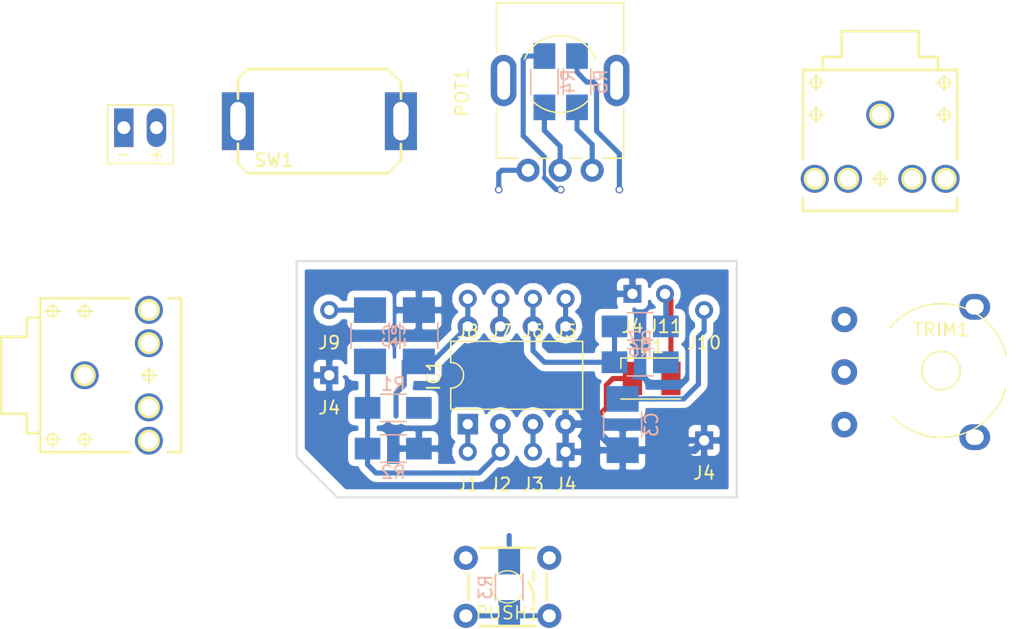
<source format=kicad_pcb>
(kicad_pcb (version 4) (host pcbnew 4.0.7-e0-6372~58~ubuntu16.04.1)

  (general
    (links 46)
    (no_connects 16)
    (area 46.538539 31.497999 126.737001 80.963001)
    (thickness 1.6)
    (drawings 5)
    (tracks 86)
    (zones 0)
    (modules 33)
    (nets 17)
  )

  (page A4)
  (layers
    (0 F.Cu signal)
    (31 B.Cu signal)
    (32 B.Adhes user)
    (33 F.Adhes user)
    (34 B.Paste user)
    (35 F.Paste user)
    (36 B.SilkS user)
    (37 F.SilkS user)
    (38 B.Mask user)
    (39 F.Mask user)
    (40 Dwgs.User user)
    (41 Cmts.User user)
    (42 Eco1.User user)
    (43 Eco2.User user)
    (44 Edge.Cuts user)
    (45 Margin user)
    (46 B.CrtYd user)
    (47 F.CrtYd user)
    (48 B.Fab user)
    (49 F.Fab user)
  )

  (setup
    (last_trace_width 0.4)
    (trace_clearance 0.2)
    (zone_clearance 0.508)
    (zone_45_only no)
    (trace_min 0.2)
    (segment_width 0.2)
    (edge_width 0.15)
    (via_size 0.6)
    (via_drill 0.4)
    (via_min_size 0.4)
    (via_min_drill 0.3)
    (uvia_size 0.3)
    (uvia_drill 0.1)
    (uvias_allowed no)
    (uvia_min_size 0.2)
    (uvia_min_drill 0.1)
    (pcb_text_width 0.3)
    (pcb_text_size 1.5 1.5)
    (mod_edge_width 0.15)
    (mod_text_size 1 1)
    (mod_text_width 0.15)
    (pad_size 1.4 1.4)
    (pad_drill 0.8)
    (pad_to_mask_clearance 0.2)
    (aux_axis_origin 0 0)
    (visible_elements FFFFFF7F)
    (pcbplotparams
      (layerselection 0x00030_80000001)
      (usegerberextensions false)
      (excludeedgelayer true)
      (linewidth 0.100000)
      (plotframeref false)
      (viasonmask false)
      (mode 1)
      (useauxorigin false)
      (hpglpennumber 1)
      (hpglpenspeed 20)
      (hpglpendiameter 15)
      (hpglpenoverlay 2)
      (psnegative false)
      (psa4output false)
      (plotreference true)
      (plotvalue true)
      (plotinvisibletext false)
      (padsonsilk false)
      (subtractmaskfromsilk false)
      (outputformat 1)
      (mirror false)
      (drillshape 1)
      (scaleselection 1)
      (outputdirectory ""))
  )

  (net 0 "")
  (net 1 "Net-(C1-Pad2)")
  (net 2 VCC)
  (net 3 GND)
  (net 4 "Net-(C3-Pad2)")
  (net 5 "Net-(D1-Pad2)")
  (net 6 "Net-(IC1-Pad6)")
  (net 7 "Net-(IC1-Pad7)")
  (net 8 "Net-(JACK2-Pad2)")
  (net 9 "Net-(POT1-Pad2)")
  (net 10 "Net-(PUSH1-Pad1)")
  (net 11 +BATT)
  (net 12 "Net-(C1-Pad1)")
  (net 13 "Net-(IC1-Pad1)")
  (net 14 "Net-(IC1-Pad5)")
  (net 15 "Net-(POT1-Pad3)")
  (net 16 "Net-(IC1-Pad3)")

  (net_class Default "This is the default net class."
    (clearance 0.2)
    (trace_width 0.4)
    (via_dia 0.6)
    (via_drill 0.4)
    (uvia_dia 0.3)
    (uvia_drill 0.1)
    (add_net +BATT)
    (add_net GND)
    (add_net "Net-(C1-Pad1)")
    (add_net "Net-(C1-Pad2)")
    (add_net "Net-(C3-Pad2)")
    (add_net "Net-(D1-Pad2)")
    (add_net "Net-(IC1-Pad1)")
    (add_net "Net-(IC1-Pad3)")
    (add_net "Net-(IC1-Pad5)")
    (add_net "Net-(IC1-Pad6)")
    (add_net "Net-(IC1-Pad7)")
    (add_net "Net-(JACK2-Pad2)")
    (add_net "Net-(POT1-Pad2)")
    (add_net "Net-(POT1-Pad3)")
    (add_net "Net-(PUSH1-Pad1)")
    (add_net VCC)
  )

  (module 8BitMixtape_DIY-CAD:TACTILE-PTH_6mm (layer F.Cu) (tedit 5B56173A) (tstamp 5B5C45CF)
    (at 86.283 77.456 180)
    (descr "OMRON SWITCH")
    (tags "OMRON SWITCH")
    (path /5B5C38F5)
    (attr virtual)
    (fp_text reference PUSH1 (at 0 -2.032 180) (layer F.SilkS)
      (effects (font (size 1 1) (thickness 0.127)))
    )
    (fp_text value SW_Push (at -5.25 0.14 270) (layer Eco2.User)
      (effects (font (size 1 1) (thickness 0.15)))
    )
    (fp_line (start 2.159 -3.048) (end -2.159 -3.048) (layer F.SilkS) (width 0.2032))
    (fp_line (start -2.159 3.048) (end 2.159 3.048) (layer F.SilkS) (width 0.2032))
    (fp_line (start 3.048 -0.99568) (end 3.048 1.016) (layer F.SilkS) (width 0.2032))
    (fp_line (start -3.048 -1.02616) (end -3.048 1.016) (layer F.SilkS) (width 0.2032))
    (fp_line (start -2.032 -1.27) (end -2.032 -0.508) (layer F.SilkS) (width 0.2032))
    (fp_line (start -2.032 0.508) (end -2.032 1.27) (layer F.SilkS) (width 0.2032))
    (fp_line (start -2.032 -0.508) (end -1.651 0.381) (layer F.SilkS) (width 0.2032))
    (fp_circle (center 0 0) (end -0.889 0.889) (layer F.SilkS) (width 0.1016))
    (pad 1 thru_hole circle (at -3.2512 -2.2606 180) (size 1.8796 1.8796) (drill 1.016) (layers *.Cu *.Mask)
      (net 10 "Net-(PUSH1-Pad1)"))
    (pad 1 thru_hole circle (at 3.2512 -2.2606 180) (size 1.8796 1.8796) (drill 1.016) (layers *.Cu *.Mask)
      (net 10 "Net-(PUSH1-Pad1)"))
    (pad 2 thru_hole circle (at -3.2512 2.2606 180) (size 1.8796 1.8796) (drill 1.016) (layers *.Cu *.Mask)
      (net 3 GND))
    (pad 2 thru_hole circle (at 3.2512 2.2606 180) (size 1.8796 1.8796) (drill 1.016) (layers *.Cu *.Mask)
      (net 3 GND))
  )

  (module 8BitMixtape_DIY-CAD:R_1206_Mixtape (layer B.Cu) (tedit 58E0A804) (tstamp 5B5C6774)
    (at 86.41 77.488 270)
    (descr "Resistor SMD 1206, hand soldering")
    (tags "resistor 1206")
    (path /5B5C3894)
    (attr smd)
    (fp_text reference R3 (at 0 1.85 270) (layer B.SilkS)
      (effects (font (size 1 1) (thickness 0.15)) (justify mirror))
    )
    (fp_text value 22K (at 0 -1.9 270) (layer B.Fab)
      (effects (font (size 1 1) (thickness 0.15)) (justify mirror))
    )
    (fp_text user %R (at 0 0 270) (layer B.Fab)
      (effects (font (size 0.7 0.7) (thickness 0.105)) (justify mirror))
    )
    (fp_line (start -1.6 -0.8) (end -1.6 0.8) (layer B.Fab) (width 0.1))
    (fp_line (start 1.6 -0.8) (end -1.6 -0.8) (layer B.Fab) (width 0.1))
    (fp_line (start 1.6 0.8) (end 1.6 -0.8) (layer B.Fab) (width 0.1))
    (fp_line (start -1.6 0.8) (end 1.6 0.8) (layer B.Fab) (width 0.1))
    (fp_line (start 1 -1.07) (end -1 -1.07) (layer B.SilkS) (width 0.12))
    (fp_line (start -1 1.07) (end 1 1.07) (layer B.SilkS) (width 0.12))
    (fp_line (start -3.25 1.11) (end 3.25 1.11) (layer B.CrtYd) (width 0.05))
    (fp_line (start -3.25 1.11) (end -3.25 -1.1) (layer B.CrtYd) (width 0.05))
    (fp_line (start 3.25 -1.1) (end 3.25 1.11) (layer B.CrtYd) (width 0.05))
    (fp_line (start 3.25 -1.1) (end -3.25 -1.1) (layer B.CrtYd) (width 0.05))
    (pad 1 smd rect (at -2 0 270) (size 2 1.7) (layers B.Cu B.Paste B.Mask)
      (net 12 "Net-(C1-Pad1)"))
    (pad 2 smd rect (at 2 0 270) (size 2 1.7) (layers B.Cu B.Paste B.Mask)
      (net 10 "Net-(PUSH1-Pad1)"))
    (model ${KISYS3DMOD}/Resistors_SMD.3dshapes/R_1206.wrl
      (at (xyz 0 0 0))
      (scale (xyz 1 1 1))
      (rotate (xyz 0 0 0))
    )
  )

  (module 8BitMixtape_DIY-CAD:C_1210_MixtapeStyle (layer B.Cu) (tedit 58AA84FB) (tstamp 5B5C44ED)
    (at 75.565 57.88 90)
    (descr "Capacitor SMD 1210, hand soldering")
    (tags "capacitor 1210")
    (path /5B5C3667)
    (attr smd)
    (fp_text reference C1 (at 0 2.25 90) (layer B.SilkS)
      (effects (font (size 1 1) (thickness 0.15)) (justify mirror))
    )
    (fp_text value 100nF (at 0 -2.5 90) (layer B.Fab)
      (effects (font (size 1 1) (thickness 0.15)) (justify mirror))
    )
    (fp_text user %R (at 0 2.25 90) (layer B.Fab)
      (effects (font (size 1 1) (thickness 0.15)) (justify mirror))
    )
    (fp_line (start -1.6 -1.25) (end -1.6 1.25) (layer B.Fab) (width 0.1))
    (fp_line (start 1.6 -1.25) (end -1.6 -1.25) (layer B.Fab) (width 0.1))
    (fp_line (start 1.6 1.25) (end 1.6 -1.25) (layer B.Fab) (width 0.1))
    (fp_line (start -1.6 1.25) (end 1.6 1.25) (layer B.Fab) (width 0.1))
    (fp_line (start 1 1.48) (end -1 1.48) (layer B.SilkS) (width 0.12))
    (fp_line (start -1 -1.48) (end 1 -1.48) (layer B.SilkS) (width 0.12))
    (fp_line (start -3.25 1.5) (end 3.25 1.5) (layer B.CrtYd) (width 0.05))
    (fp_line (start -3.25 1.5) (end -3.25 -1.5) (layer B.CrtYd) (width 0.05))
    (fp_line (start 3.25 -1.5) (end 3.25 1.5) (layer B.CrtYd) (width 0.05))
    (fp_line (start 3.25 -1.5) (end -3.25 -1.5) (layer B.CrtYd) (width 0.05))
    (pad 1 smd rect (at -2 0 90) (size 2 2.5) (layers B.Cu B.Paste B.Mask)
      (net 12 "Net-(C1-Pad1)"))
    (pad 2 smd rect (at 2 0 90) (size 2 2.5) (layers B.Cu B.Paste B.Mask)
      (net 1 "Net-(C1-Pad2)"))
    (model Capacitors_SMD.3dshapes/C_1210.wrl
      (at (xyz 0 0 0))
      (scale (xyz 1 1 1))
      (rotate (xyz 0 0 0))
    )
  )

  (module 8BitMixtape_DIY-CAD:C_1210_MixtapeStyle (layer B.Cu) (tedit 58AA84FB) (tstamp 5B5C44FE)
    (at 79.375 57.88 270)
    (descr "Capacitor SMD 1210, hand soldering")
    (tags "capacitor 1210")
    (path /5B5C38C7)
    (attr smd)
    (fp_text reference C2 (at 0 2.25 270) (layer B.SilkS)
      (effects (font (size 1 1) (thickness 0.15)) (justify mirror))
    )
    (fp_text value 100nF (at 0 -2.5 270) (layer B.Fab)
      (effects (font (size 1 1) (thickness 0.15)) (justify mirror))
    )
    (fp_text user %R (at 0 2.25 270) (layer B.Fab)
      (effects (font (size 1 1) (thickness 0.15)) (justify mirror))
    )
    (fp_line (start -1.6 -1.25) (end -1.6 1.25) (layer B.Fab) (width 0.1))
    (fp_line (start 1.6 -1.25) (end -1.6 -1.25) (layer B.Fab) (width 0.1))
    (fp_line (start 1.6 1.25) (end 1.6 -1.25) (layer B.Fab) (width 0.1))
    (fp_line (start -1.6 1.25) (end 1.6 1.25) (layer B.Fab) (width 0.1))
    (fp_line (start 1 1.48) (end -1 1.48) (layer B.SilkS) (width 0.12))
    (fp_line (start -1 -1.48) (end 1 -1.48) (layer B.SilkS) (width 0.12))
    (fp_line (start -3.25 1.5) (end 3.25 1.5) (layer B.CrtYd) (width 0.05))
    (fp_line (start -3.25 1.5) (end -3.25 -1.5) (layer B.CrtYd) (width 0.05))
    (fp_line (start 3.25 -1.5) (end 3.25 1.5) (layer B.CrtYd) (width 0.05))
    (fp_line (start 3.25 -1.5) (end -3.25 -1.5) (layer B.CrtYd) (width 0.05))
    (pad 1 smd rect (at -2 0 270) (size 2 2.5) (layers B.Cu B.Paste B.Mask)
      (net 3 GND))
    (pad 2 smd rect (at 2 0 270) (size 2 2.5) (layers B.Cu B.Paste B.Mask)
      (net 2 VCC))
    (model Capacitors_SMD.3dshapes/C_1210.wrl
      (at (xyz 0 0 0))
      (scale (xyz 1 1 1))
      (rotate (xyz 0 0 0))
    )
  )

  (module 8BitMixtape_DIY-CAD:C_1210_MixtapeStyle (layer B.Cu) (tedit 58AA84FB) (tstamp 5B5C450F)
    (at 95.25 64.802 90)
    (descr "Capacitor SMD 1210, hand soldering")
    (tags "capacitor 1210")
    (path /5B5C50D8)
    (attr smd)
    (fp_text reference C3 (at 0 2.25 90) (layer B.SilkS)
      (effects (font (size 1 1) (thickness 0.15)) (justify mirror))
    )
    (fp_text value 100nF (at 0 -2.5 90) (layer B.Fab)
      (effects (font (size 1 1) (thickness 0.15)) (justify mirror))
    )
    (fp_text user %R (at 0 2.25 90) (layer B.Fab)
      (effects (font (size 1 1) (thickness 0.15)) (justify mirror))
    )
    (fp_line (start -1.6 -1.25) (end -1.6 1.25) (layer B.Fab) (width 0.1))
    (fp_line (start 1.6 -1.25) (end -1.6 -1.25) (layer B.Fab) (width 0.1))
    (fp_line (start 1.6 1.25) (end 1.6 -1.25) (layer B.Fab) (width 0.1))
    (fp_line (start -1.6 1.25) (end 1.6 1.25) (layer B.Fab) (width 0.1))
    (fp_line (start 1 1.48) (end -1 1.48) (layer B.SilkS) (width 0.12))
    (fp_line (start -1 -1.48) (end 1 -1.48) (layer B.SilkS) (width 0.12))
    (fp_line (start -3.25 1.5) (end 3.25 1.5) (layer B.CrtYd) (width 0.05))
    (fp_line (start -3.25 1.5) (end -3.25 -1.5) (layer B.CrtYd) (width 0.05))
    (fp_line (start 3.25 -1.5) (end 3.25 1.5) (layer B.CrtYd) (width 0.05))
    (fp_line (start 3.25 -1.5) (end -3.25 -1.5) (layer B.CrtYd) (width 0.05))
    (pad 1 smd rect (at -2 0 90) (size 2 2.5) (layers B.Cu B.Paste B.Mask)
      (net 3 GND))
    (pad 2 smd rect (at 2 0 90) (size 2 2.5) (layers B.Cu B.Paste B.Mask)
      (net 4 "Net-(C3-Pad2)"))
    (model Capacitors_SMD.3dshapes/C_1210.wrl
      (at (xyz 0 0 0))
      (scale (xyz 1 1 1))
      (rotate (xyz 0 0 0))
    )
  )

  (module 8BitMixtape_DIY-CAD:LED_2835 (layer F.Cu) (tedit 59959404) (tstamp 5B5C4523)
    (at 97.512 61.214)
    (descr "LED PLCC-2 SMD package")
    (tags "LED PLCC-2 SMD")
    (path /5B5C48EB)
    (attr smd)
    (fp_text reference D1 (at 0 -2.5) (layer F.SilkS)
      (effects (font (size 1 1) (thickness 0.15)))
    )
    (fp_text value LED (at 0 2.5) (layer F.Fab)
      (effects (font (size 1 1) (thickness 0.15)))
    )
    (fp_circle (center 0 0) (end 0 -1.25) (layer F.Fab) (width 0.1))
    (fp_line (start -1.7 -0.6) (end -0.8 -1.5) (layer F.Fab) (width 0.1))
    (fp_line (start 1.7 1.5) (end 1.7 -1.5) (layer F.Fab) (width 0.1))
    (fp_line (start 1.7 -1.5) (end -1.7 -1.5) (layer F.Fab) (width 0.1))
    (fp_line (start -1.7 -1.5) (end -1.7 1.5) (layer F.Fab) (width 0.1))
    (fp_line (start -1.7 1.5) (end 1.7 1.5) (layer F.Fab) (width 0.1))
    (fp_line (start -2.65 -1.85) (end 2.5 -1.85) (layer F.CrtYd) (width 0.05))
    (fp_line (start 2.5 -1.85) (end 2.5 1.85) (layer F.CrtYd) (width 0.05))
    (fp_line (start 2.5 1.85) (end -2.65 1.85) (layer F.CrtYd) (width 0.05))
    (fp_line (start -2.65 1.85) (end -2.65 -1.85) (layer F.CrtYd) (width 0.05))
    (fp_line (start 2.25 1.6) (end -2.4 1.6) (layer F.SilkS) (width 0.12))
    (fp_line (start 2.25 -1.6) (end -2.4 -1.6) (layer F.SilkS) (width 0.12))
    (fp_line (start -2.4 -1.6) (end -2.4 -0.8) (layer F.SilkS) (width 0.12))
    (fp_text user %R (at 0 0) (layer F.Fab)
      (effects (font (size 0.4 0.4) (thickness 0.1)))
    )
    (pad 1 smd rect (at -1.5 0) (size 1.5 2.6) (layers F.Cu F.Paste F.Mask)
      (net 3 GND))
    (pad 2 smd rect (at 1.5 0) (size 1.5 2.6) (layers F.Cu F.Paste F.Mask)
      (net 5 "Net-(D1-Pad2)"))
    (model ${KISYS3DMOD}/LEDs.3dshapes/LED_PLCC-2.wrl
      (at (xyz 0 0 0))
      (scale (xyz 1 1 1))
      (rotate (xyz 0 0 0))
    )
  )

  (module Housings_DIP:DIP-8_W7.62mm (layer F.Cu) (tedit 59C78D6B) (tstamp 5B5C453F)
    (at 83.185 64.77 90)
    (descr "8-lead though-hole mounted DIP package, row spacing 7.62 mm (300 mils)")
    (tags "THT DIP DIL PDIP 2.54mm 7.62mm 300mil")
    (path /5B5C34B2)
    (fp_text reference IC1 (at 3.81 -2.667 90) (layer F.SilkS)
      (effects (font (size 1 1) (thickness 0.15)))
    )
    (fp_text value ATTINY85-20PU (at 3.81 9.95 90) (layer F.Fab)
      (effects (font (size 1 1) (thickness 0.15)))
    )
    (fp_arc (start 3.81 -1.33) (end 2.81 -1.33) (angle -180) (layer F.SilkS) (width 0.12))
    (fp_line (start 1.635 -1.27) (end 6.985 -1.27) (layer F.Fab) (width 0.1))
    (fp_line (start 6.985 -1.27) (end 6.985 8.89) (layer F.Fab) (width 0.1))
    (fp_line (start 6.985 8.89) (end 0.635 8.89) (layer F.Fab) (width 0.1))
    (fp_line (start 0.635 8.89) (end 0.635 -0.27) (layer F.Fab) (width 0.1))
    (fp_line (start 0.635 -0.27) (end 1.635 -1.27) (layer F.Fab) (width 0.1))
    (fp_line (start 2.81 -1.33) (end 1.16 -1.33) (layer F.SilkS) (width 0.12))
    (fp_line (start 1.16 -1.33) (end 1.16 8.95) (layer F.SilkS) (width 0.12))
    (fp_line (start 1.16 8.95) (end 6.46 8.95) (layer F.SilkS) (width 0.12))
    (fp_line (start 6.46 8.95) (end 6.46 -1.33) (layer F.SilkS) (width 0.12))
    (fp_line (start 6.46 -1.33) (end 4.81 -1.33) (layer F.SilkS) (width 0.12))
    (fp_line (start -1.1 -1.55) (end -1.1 9.15) (layer F.CrtYd) (width 0.05))
    (fp_line (start -1.1 9.15) (end 8.7 9.15) (layer F.CrtYd) (width 0.05))
    (fp_line (start 8.7 9.15) (end 8.7 -1.55) (layer F.CrtYd) (width 0.05))
    (fp_line (start 8.7 -1.55) (end -1.1 -1.55) (layer F.CrtYd) (width 0.05))
    (fp_text user %R (at 3.81 3.81 90) (layer F.Fab)
      (effects (font (size 1 1) (thickness 0.15)))
    )
    (pad 1 thru_hole rect (at 0 0 90) (size 1.6 1.6) (drill 0.8) (layers *.Cu *.Mask)
      (net 13 "Net-(IC1-Pad1)"))
    (pad 5 thru_hole oval (at 7.62 7.62 90) (size 1.6 1.6) (drill 0.8) (layers *.Cu *.Mask)
      (net 14 "Net-(IC1-Pad5)"))
    (pad 2 thru_hole oval (at 0 2.54 90) (size 1.6 1.6) (drill 0.8) (layers *.Cu *.Mask)
      (net 12 "Net-(C1-Pad1)"))
    (pad 6 thru_hole oval (at 7.62 5.08 90) (size 1.6 1.6) (drill 0.8) (layers *.Cu *.Mask)
      (net 6 "Net-(IC1-Pad6)"))
    (pad 3 thru_hole oval (at 0 5.08 90) (size 1.6 1.6) (drill 0.8) (layers *.Cu *.Mask)
      (net 16 "Net-(IC1-Pad3)"))
    (pad 7 thru_hole oval (at 7.62 2.54 90) (size 1.6 1.6) (drill 0.8) (layers *.Cu *.Mask)
      (net 7 "Net-(IC1-Pad7)"))
    (pad 4 thru_hole oval (at 0 7.62 90) (size 1.6 1.6) (drill 0.8) (layers *.Cu *.Mask)
      (net 3 GND))
    (pad 8 thru_hole oval (at 7.62 0 90) (size 1.6 1.6) (drill 0.8) (layers *.Cu *.Mask)
      (net 2 VCC))
    (model ${KISYS3DMOD}/Housings_DIP.3dshapes/DIP-8_W7.62mm.wrl
      (at (xyz 0 0 0))
      (scale (xyz 1 1 1))
      (rotate (xyz 0 0 0))
    )
  )

  (module 8BitMixtape_DIY-CAD:AUDIO-Jack_3.5mm_5Pin (layer F.Cu) (tedit 5B558D28) (tstamp 5B5C4570)
    (at 53.34 60.96)
    (descr "KIT FOOTPRINT FOR 1/8\" AUDIO JACK.")
    (tags "KIT FOOTPRINT FOR 1/8\" AUDIO JACK.")
    (path /5B5C3573)
    (attr virtual)
    (fp_text reference JACK1 (at -0.254 -2.7432) (layer Dwgs.User)
      (effects (font (size 0.4064 0.4064) (thickness 0.0254)))
    )
    (fp_text value JACK_TRS_6PINS (at -0.0508 -1.4732) (layer Dwgs.User)
      (effects (font (size 0.4064 0.4064) (thickness 0.0254)))
    )
    (fp_line (start 7.49808 -5.99948) (end 7.49808 5.99948) (layer F.SilkS) (width 0.2032))
    (fp_line (start -3.49758 -5.99948) (end -3.49758 -4.49834) (layer F.SilkS) (width 0.2032))
    (fp_line (start -3.49758 4.49834) (end -3.49758 5.99948) (layer F.SilkS) (width 0.2032))
    (fp_line (start -4.49834 -4.49834) (end -4.49834 -2.99974) (layer F.SilkS) (width 0.2032))
    (fp_line (start -4.49834 2.99974) (end -4.49834 4.49834) (layer F.SilkS) (width 0.2032))
    (fp_line (start -4.49834 4.49834) (end -3.49758 4.49834) (layer F.SilkS) (width 0.2032))
    (fp_line (start -4.49834 -4.49834) (end -3.49758 -4.49834) (layer F.SilkS) (width 0.2032))
    (fp_line (start -6.49986 -2.99974) (end -6.49986 2.99974) (layer F.SilkS) (width 0.2032))
    (fp_line (start -6.49986 2.99974) (end -4.49834 2.99974) (layer F.SilkS) (width 0.2032))
    (fp_line (start -6.49986 -2.99974) (end -4.49834 -2.99974) (layer F.SilkS) (width 0.2032))
    (fp_line (start -3.49758 -5.99948) (end 3.49758 -5.99948) (layer F.SilkS) (width 0.2032))
    (fp_line (start 7.49808 -5.99948) (end 6.49986 -5.99948) (layer F.SilkS) (width 0.2032))
    (fp_line (start -3.49758 -5.99948) (end -3.49758 5.99948) (layer F.SilkS) (width 0.2032))
    (fp_line (start -3.49758 5.99948) (end 3.49758 5.99948) (layer F.SilkS) (width 0.2032))
    (fp_line (start 7.49808 5.99948) (end 6.49986 5.99948) (layer F.SilkS) (width 0.2032))
    (fp_circle (center 0 0) (end -0.3302 0.3302) (layer F.SilkS) (width 0))
    (fp_circle (center 4.99872 -5.09778) (end 5.32892 -5.42798) (layer F.SilkS) (width 0))
    (fp_circle (center 4.99872 -2.49936) (end 5.32892 -2.82956) (layer F.SilkS) (width 0))
    (fp_circle (center 4.99872 2.49936) (end 5.32892 2.82956) (layer F.SilkS) (width 0))
    (fp_circle (center 4.99872 5.09778) (end 5.32892 5.42798) (layer F.SilkS) (width 0))
    (fp_circle (center 0 0) (end -0.6096 0.6096) (layer F.SilkS) (width 0))
    (fp_circle (center 4.99872 -5.09778) (end 5.60832 -5.70738) (layer F.SilkS) (width 0))
    (fp_circle (center 4.99872 5.09778) (end 5.60832 5.70738) (layer F.SilkS) (width 0))
    (fp_circle (center 4.99872 2.49936) (end 5.60832 3.10896) (layer F.SilkS) (width 0))
    (fp_circle (center 4.99872 -2.49936) (end 5.60832 -3.10896) (layer F.SilkS) (width 0))
    (fp_circle (center 0 -4.99872) (end -0.29972 -5.29844) (layer F.SilkS) (width 0.127))
    (fp_line (start -0.59944 -4.99872) (end 0.59944 -4.99872) (layer F.SilkS) (width 0.127))
    (fp_line (start 0 -4.39928) (end 0 -5.59816) (layer F.SilkS) (width 0.127))
    (fp_circle (center -2.49936 -4.99872) (end -2.79908 -5.29844) (layer F.SilkS) (width 0.127))
    (fp_line (start -3.0988 -4.99872) (end -1.89992 -4.99872) (layer F.SilkS) (width 0.127))
    (fp_line (start -2.49936 -4.39928) (end -2.49936 -5.59816) (layer F.SilkS) (width 0.127))
    (fp_circle (center -2.49936 4.99872) (end -2.79908 5.29844) (layer F.SilkS) (width 0.127))
    (fp_line (start -3.0988 4.99872) (end -1.89992 4.99872) (layer F.SilkS) (width 0.127))
    (fp_line (start -2.49936 5.59816) (end -2.49936 4.39928) (layer F.SilkS) (width 0.127))
    (fp_circle (center 0 4.99872) (end -0.29972 5.29844) (layer F.SilkS) (width 0.127))
    (fp_line (start -0.59944 4.99872) (end 0.59944 4.99872) (layer F.SilkS) (width 0.127))
    (fp_line (start 0 5.59816) (end 0 4.39928) (layer F.SilkS) (width 0.127))
    (fp_circle (center 4.99872 0) (end 5.29844 0.29972) (layer F.SilkS) (width 0.127))
    (fp_line (start 4.39928 0) (end 5.59816 0) (layer F.SilkS) (width 0.127))
    (fp_line (start 4.99872 0.59944) (end 4.99872 -0.59944) (layer F.SilkS) (width 0.127))
    (pad 3 thru_hole circle (at 4.99872 -5.09778) (size 2.18186 2.18186) (drill 1.29794) (layers *.Cu *.Mask)
      (net 1 "Net-(C1-Pad2)"))
    (pad 6 thru_hole circle (at 4.99872 -2.49936) (size 2.18186 2.18186) (drill 1.29794) (layers *.Cu *.Mask))
    (pad 1 thru_hole circle (at 0 0) (size 2.18186 2.18186) (drill 1.29794) (layers *.Cu *.Mask)
      (net 3 GND))
    (pad 2 thru_hole circle (at 4.99872 5.09778) (size 2.18186 2.18186) (drill 1.29794) (layers *.Cu *.Mask))
    (pad 5 thru_hole circle (at 4.99872 2.49936) (size 2.18186 2.18186) (drill 1.29794) (layers *.Cu *.Mask))
  )

  (module 8BitMixtape_DIY-CAD:AUDIO-Jack_3.5mm_5Pin (layer F.Cu) (tedit 5B558D28) (tstamp 5B5C45A1)
    (at 115.316 40.64 270)
    (descr "KIT FOOTPRINT FOR 1/8\" AUDIO JACK.")
    (tags "KIT FOOTPRINT FOR 1/8\" AUDIO JACK.")
    (path /5B5C35A7)
    (attr virtual)
    (fp_text reference JACK2 (at -0.254 -2.7432 270) (layer Dwgs.User)
      (effects (font (size 0.4064 0.4064) (thickness 0.0254)))
    )
    (fp_text value JACK_TRS_6PINS (at -0.0508 -1.4732 270) (layer Dwgs.User)
      (effects (font (size 0.4064 0.4064) (thickness 0.0254)))
    )
    (fp_line (start 7.49808 -5.99948) (end 7.49808 5.99948) (layer F.SilkS) (width 0.2032))
    (fp_line (start -3.49758 -5.99948) (end -3.49758 -4.49834) (layer F.SilkS) (width 0.2032))
    (fp_line (start -3.49758 4.49834) (end -3.49758 5.99948) (layer F.SilkS) (width 0.2032))
    (fp_line (start -4.49834 -4.49834) (end -4.49834 -2.99974) (layer F.SilkS) (width 0.2032))
    (fp_line (start -4.49834 2.99974) (end -4.49834 4.49834) (layer F.SilkS) (width 0.2032))
    (fp_line (start -4.49834 4.49834) (end -3.49758 4.49834) (layer F.SilkS) (width 0.2032))
    (fp_line (start -4.49834 -4.49834) (end -3.49758 -4.49834) (layer F.SilkS) (width 0.2032))
    (fp_line (start -6.49986 -2.99974) (end -6.49986 2.99974) (layer F.SilkS) (width 0.2032))
    (fp_line (start -6.49986 2.99974) (end -4.49834 2.99974) (layer F.SilkS) (width 0.2032))
    (fp_line (start -6.49986 -2.99974) (end -4.49834 -2.99974) (layer F.SilkS) (width 0.2032))
    (fp_line (start -3.49758 -5.99948) (end 3.49758 -5.99948) (layer F.SilkS) (width 0.2032))
    (fp_line (start 7.49808 -5.99948) (end 6.49986 -5.99948) (layer F.SilkS) (width 0.2032))
    (fp_line (start -3.49758 -5.99948) (end -3.49758 5.99948) (layer F.SilkS) (width 0.2032))
    (fp_line (start -3.49758 5.99948) (end 3.49758 5.99948) (layer F.SilkS) (width 0.2032))
    (fp_line (start 7.49808 5.99948) (end 6.49986 5.99948) (layer F.SilkS) (width 0.2032))
    (fp_circle (center 0 0) (end -0.3302 0.3302) (layer F.SilkS) (width 0))
    (fp_circle (center 4.99872 -5.09778) (end 5.32892 -5.42798) (layer F.SilkS) (width 0))
    (fp_circle (center 4.99872 -2.49936) (end 5.32892 -2.82956) (layer F.SilkS) (width 0))
    (fp_circle (center 4.99872 2.49936) (end 5.32892 2.82956) (layer F.SilkS) (width 0))
    (fp_circle (center 4.99872 5.09778) (end 5.32892 5.42798) (layer F.SilkS) (width 0))
    (fp_circle (center 0 0) (end -0.6096 0.6096) (layer F.SilkS) (width 0))
    (fp_circle (center 4.99872 -5.09778) (end 5.60832 -5.70738) (layer F.SilkS) (width 0))
    (fp_circle (center 4.99872 5.09778) (end 5.60832 5.70738) (layer F.SilkS) (width 0))
    (fp_circle (center 4.99872 2.49936) (end 5.60832 3.10896) (layer F.SilkS) (width 0))
    (fp_circle (center 4.99872 -2.49936) (end 5.60832 -3.10896) (layer F.SilkS) (width 0))
    (fp_circle (center 0 -4.99872) (end -0.29972 -5.29844) (layer F.SilkS) (width 0.127))
    (fp_line (start -0.59944 -4.99872) (end 0.59944 -4.99872) (layer F.SilkS) (width 0.127))
    (fp_line (start 0 -4.39928) (end 0 -5.59816) (layer F.SilkS) (width 0.127))
    (fp_circle (center -2.49936 -4.99872) (end -2.79908 -5.29844) (layer F.SilkS) (width 0.127))
    (fp_line (start -3.0988 -4.99872) (end -1.89992 -4.99872) (layer F.SilkS) (width 0.127))
    (fp_line (start -2.49936 -4.39928) (end -2.49936 -5.59816) (layer F.SilkS) (width 0.127))
    (fp_circle (center -2.49936 4.99872) (end -2.79908 5.29844) (layer F.SilkS) (width 0.127))
    (fp_line (start -3.0988 4.99872) (end -1.89992 4.99872) (layer F.SilkS) (width 0.127))
    (fp_line (start -2.49936 5.59816) (end -2.49936 4.39928) (layer F.SilkS) (width 0.127))
    (fp_circle (center 0 4.99872) (end -0.29972 5.29844) (layer F.SilkS) (width 0.127))
    (fp_line (start -0.59944 4.99872) (end 0.59944 4.99872) (layer F.SilkS) (width 0.127))
    (fp_line (start 0 5.59816) (end 0 4.39928) (layer F.SilkS) (width 0.127))
    (fp_circle (center 4.99872 0) (end 5.29844 0.29972) (layer F.SilkS) (width 0.127))
    (fp_line (start 4.39928 0) (end 5.59816 0) (layer F.SilkS) (width 0.127))
    (fp_line (start 4.99872 0.59944) (end 4.99872 -0.59944) (layer F.SilkS) (width 0.127))
    (pad 3 thru_hole circle (at 4.99872 -5.09778 270) (size 2.18186 2.18186) (drill 1.29794) (layers *.Cu *.Mask))
    (pad 6 thru_hole circle (at 4.99872 -2.49936 270) (size 2.18186 2.18186) (drill 1.29794) (layers *.Cu *.Mask))
    (pad 1 thru_hole circle (at 0 0 270) (size 2.18186 2.18186) (drill 1.29794) (layers *.Cu *.Mask)
      (net 3 GND))
    (pad 2 thru_hole circle (at 4.99872 5.09778 270) (size 2.18186 2.18186) (drill 1.29794) (layers *.Cu *.Mask)
      (net 8 "Net-(JACK2-Pad2)"))
    (pad 5 thru_hole circle (at 4.99872 2.49936 270) (size 2.18186 2.18186) (drill 1.29794) (layers *.Cu *.Mask))
  )

  (module 8BitMixtape_DIY-CAD:R_1206_Mixtape (layer B.Cu) (tedit 58E0A804) (tstamp 5B5C45E0)
    (at 77.375 63.5 180)
    (descr "Resistor SMD 1206, hand soldering")
    (tags "resistor 1206")
    (path /5B5C3536)
    (attr smd)
    (fp_text reference R1 (at 0 1.85 180) (layer B.SilkS)
      (effects (font (size 1 1) (thickness 0.15)) (justify mirror))
    )
    (fp_text value 22K (at 0 -1.9 180) (layer B.Fab)
      (effects (font (size 1 1) (thickness 0.15)) (justify mirror))
    )
    (fp_text user %R (at 0 0 180) (layer B.Fab)
      (effects (font (size 0.7 0.7) (thickness 0.105)) (justify mirror))
    )
    (fp_line (start -1.6 -0.8) (end -1.6 0.8) (layer B.Fab) (width 0.1))
    (fp_line (start 1.6 -0.8) (end -1.6 -0.8) (layer B.Fab) (width 0.1))
    (fp_line (start 1.6 0.8) (end 1.6 -0.8) (layer B.Fab) (width 0.1))
    (fp_line (start -1.6 0.8) (end 1.6 0.8) (layer B.Fab) (width 0.1))
    (fp_line (start 1 -1.07) (end -1 -1.07) (layer B.SilkS) (width 0.12))
    (fp_line (start -1 1.07) (end 1 1.07) (layer B.SilkS) (width 0.12))
    (fp_line (start -3.25 1.11) (end 3.25 1.11) (layer B.CrtYd) (width 0.05))
    (fp_line (start -3.25 1.11) (end -3.25 -1.1) (layer B.CrtYd) (width 0.05))
    (fp_line (start 3.25 -1.1) (end 3.25 1.11) (layer B.CrtYd) (width 0.05))
    (fp_line (start 3.25 -1.1) (end -3.25 -1.1) (layer B.CrtYd) (width 0.05))
    (pad 1 smd rect (at -2 0 180) (size 2 1.7) (layers B.Cu B.Paste B.Mask)
      (net 2 VCC))
    (pad 2 smd rect (at 2 0 180) (size 2 1.7) (layers B.Cu B.Paste B.Mask)
      (net 12 "Net-(C1-Pad1)"))
    (model ${KISYS3DMOD}/Resistors_SMD.3dshapes/R_1206.wrl
      (at (xyz 0 0 0))
      (scale (xyz 1 1 1))
      (rotate (xyz 0 0 0))
    )
  )

  (module 8BitMixtape_DIY-CAD:R_1206_Mixtape (layer B.Cu) (tedit 58E0A804) (tstamp 5B5C45F1)
    (at 77.375 66.675)
    (descr "Resistor SMD 1206, hand soldering")
    (tags "resistor 1206")
    (path /5B5C37D4)
    (attr smd)
    (fp_text reference R2 (at 0 1.85) (layer B.SilkS)
      (effects (font (size 1 1) (thickness 0.15)) (justify mirror))
    )
    (fp_text value 22K (at 0 -1.9) (layer B.Fab)
      (effects (font (size 1 1) (thickness 0.15)) (justify mirror))
    )
    (fp_text user %R (at 0 0) (layer B.Fab)
      (effects (font (size 0.7 0.7) (thickness 0.105)) (justify mirror))
    )
    (fp_line (start -1.6 -0.8) (end -1.6 0.8) (layer B.Fab) (width 0.1))
    (fp_line (start 1.6 -0.8) (end -1.6 -0.8) (layer B.Fab) (width 0.1))
    (fp_line (start 1.6 0.8) (end 1.6 -0.8) (layer B.Fab) (width 0.1))
    (fp_line (start -1.6 0.8) (end 1.6 0.8) (layer B.Fab) (width 0.1))
    (fp_line (start 1 -1.07) (end -1 -1.07) (layer B.SilkS) (width 0.12))
    (fp_line (start -1 1.07) (end 1 1.07) (layer B.SilkS) (width 0.12))
    (fp_line (start -3.25 1.11) (end 3.25 1.11) (layer B.CrtYd) (width 0.05))
    (fp_line (start -3.25 1.11) (end -3.25 -1.1) (layer B.CrtYd) (width 0.05))
    (fp_line (start 3.25 -1.1) (end 3.25 1.11) (layer B.CrtYd) (width 0.05))
    (fp_line (start 3.25 -1.1) (end -3.25 -1.1) (layer B.CrtYd) (width 0.05))
    (pad 1 smd rect (at -2 0) (size 2 1.7) (layers B.Cu B.Paste B.Mask)
      (net 12 "Net-(C1-Pad1)"))
    (pad 2 smd rect (at 2 0) (size 2 1.7) (layers B.Cu B.Paste B.Mask)
      (net 3 GND))
    (model ${KISYS3DMOD}/Resistors_SMD.3dshapes/R_1206.wrl
      (at (xyz 0 0 0))
      (scale (xyz 1 1 1))
      (rotate (xyz 0 0 0))
    )
  )

  (module 8BitMixtape_DIY-CAD:R_1206_Mixtape (layer B.Cu) (tedit 58E0A804) (tstamp 5B5C4613)
    (at 89.154 38.068 90)
    (descr "Resistor SMD 1206, hand soldering")
    (tags "resistor 1206")
    (path /5B5C4031)
    (attr smd)
    (fp_text reference R4 (at 0 1.85 90) (layer B.SilkS)
      (effects (font (size 1 1) (thickness 0.15)) (justify mirror))
    )
    (fp_text value 22K (at 0 -1.9 90) (layer B.Fab)
      (effects (font (size 1 1) (thickness 0.15)) (justify mirror))
    )
    (fp_text user %R (at 0 0 90) (layer B.Fab)
      (effects (font (size 0.7 0.7) (thickness 0.105)) (justify mirror))
    )
    (fp_line (start -1.6 -0.8) (end -1.6 0.8) (layer B.Fab) (width 0.1))
    (fp_line (start 1.6 -0.8) (end -1.6 -0.8) (layer B.Fab) (width 0.1))
    (fp_line (start 1.6 0.8) (end 1.6 -0.8) (layer B.Fab) (width 0.1))
    (fp_line (start -1.6 0.8) (end 1.6 0.8) (layer B.Fab) (width 0.1))
    (fp_line (start 1 -1.07) (end -1 -1.07) (layer B.SilkS) (width 0.12))
    (fp_line (start -1 1.07) (end 1 1.07) (layer B.SilkS) (width 0.12))
    (fp_line (start -3.25 1.11) (end 3.25 1.11) (layer B.CrtYd) (width 0.05))
    (fp_line (start -3.25 1.11) (end -3.25 -1.1) (layer B.CrtYd) (width 0.05))
    (fp_line (start 3.25 -1.1) (end 3.25 1.11) (layer B.CrtYd) (width 0.05))
    (fp_line (start 3.25 -1.1) (end -3.25 -1.1) (layer B.CrtYd) (width 0.05))
    (pad 1 smd rect (at -2 0 90) (size 2 1.7) (layers B.Cu B.Paste B.Mask)
      (net 9 "Net-(POT1-Pad2)"))
    (pad 2 smd rect (at 2 0 90) (size 2 1.7) (layers B.Cu B.Paste B.Mask)
      (net 7 "Net-(IC1-Pad7)"))
    (model ${KISYS3DMOD}/Resistors_SMD.3dshapes/R_1206.wrl
      (at (xyz 0 0 0))
      (scale (xyz 1 1 1))
      (rotate (xyz 0 0 0))
    )
  )

  (module 8BitMixtape_DIY-CAD:R_1206_Mixtape (layer B.Cu) (tedit 58E0A804) (tstamp 5B5C4624)
    (at 91.694 38.068 90)
    (descr "Resistor SMD 1206, hand soldering")
    (tags "resistor 1206")
    (path /5B5C428F)
    (attr smd)
    (fp_text reference R5 (at 0 1.85 90) (layer B.SilkS)
      (effects (font (size 1 1) (thickness 0.15)) (justify mirror))
    )
    (fp_text value 4K7 (at 0 -1.9 90) (layer B.Fab)
      (effects (font (size 1 1) (thickness 0.15)) (justify mirror))
    )
    (fp_text user %R (at 0 0 90) (layer B.Fab)
      (effects (font (size 0.7 0.7) (thickness 0.105)) (justify mirror))
    )
    (fp_line (start -1.6 -0.8) (end -1.6 0.8) (layer B.Fab) (width 0.1))
    (fp_line (start 1.6 -0.8) (end -1.6 -0.8) (layer B.Fab) (width 0.1))
    (fp_line (start 1.6 0.8) (end 1.6 -0.8) (layer B.Fab) (width 0.1))
    (fp_line (start -1.6 0.8) (end 1.6 0.8) (layer B.Fab) (width 0.1))
    (fp_line (start 1 -1.07) (end -1 -1.07) (layer B.SilkS) (width 0.12))
    (fp_line (start -1 1.07) (end 1 1.07) (layer B.SilkS) (width 0.12))
    (fp_line (start -3.25 1.11) (end 3.25 1.11) (layer B.CrtYd) (width 0.05))
    (fp_line (start -3.25 1.11) (end -3.25 -1.1) (layer B.CrtYd) (width 0.05))
    (fp_line (start 3.25 -1.1) (end 3.25 1.11) (layer B.CrtYd) (width 0.05))
    (fp_line (start 3.25 -1.1) (end -3.25 -1.1) (layer B.CrtYd) (width 0.05))
    (pad 1 smd rect (at -2 0 90) (size 2 1.7) (layers B.Cu B.Paste B.Mask)
      (net 15 "Net-(POT1-Pad3)"))
    (pad 2 smd rect (at 2 0 90) (size 2 1.7) (layers B.Cu B.Paste B.Mask)
      (net 2 VCC))
    (model ${KISYS3DMOD}/Resistors_SMD.3dshapes/R_1206.wrl
      (at (xyz 0 0 0))
      (scale (xyz 1 1 1))
      (rotate (xyz 0 0 0))
    )
  )

  (module 8BitMixtape_DIY-CAD:R_1206_Mixtape (layer B.Cu) (tedit 58E0A804) (tstamp 5B5C4635)
    (at 96.615 57.15)
    (descr "Resistor SMD 1206, hand soldering")
    (tags "resistor 1206")
    (path /5B5C47CF)
    (attr smd)
    (fp_text reference R6 (at 0 1.85) (layer B.SilkS)
      (effects (font (size 1 1) (thickness 0.15)) (justify mirror))
    )
    (fp_text value 1K (at 0 -1.9) (layer B.Fab)
      (effects (font (size 1 1) (thickness 0.15)) (justify mirror))
    )
    (fp_text user %R (at 0 0) (layer B.Fab)
      (effects (font (size 0.7 0.7) (thickness 0.105)) (justify mirror))
    )
    (fp_line (start -1.6 -0.8) (end -1.6 0.8) (layer B.Fab) (width 0.1))
    (fp_line (start 1.6 -0.8) (end -1.6 -0.8) (layer B.Fab) (width 0.1))
    (fp_line (start 1.6 0.8) (end 1.6 -0.8) (layer B.Fab) (width 0.1))
    (fp_line (start -1.6 0.8) (end 1.6 0.8) (layer B.Fab) (width 0.1))
    (fp_line (start 1 -1.07) (end -1 -1.07) (layer B.SilkS) (width 0.12))
    (fp_line (start -1 1.07) (end 1 1.07) (layer B.SilkS) (width 0.12))
    (fp_line (start -3.25 1.11) (end 3.25 1.11) (layer B.CrtYd) (width 0.05))
    (fp_line (start -3.25 1.11) (end -3.25 -1.1) (layer B.CrtYd) (width 0.05))
    (fp_line (start 3.25 -1.1) (end 3.25 1.11) (layer B.CrtYd) (width 0.05))
    (fp_line (start 3.25 -1.1) (end -3.25 -1.1) (layer B.CrtYd) (width 0.05))
    (pad 1 smd rect (at -2 0) (size 2 1.7) (layers B.Cu B.Paste B.Mask)
      (net 6 "Net-(IC1-Pad6)"))
    (pad 2 smd rect (at 2 0) (size 2 1.7) (layers B.Cu B.Paste B.Mask)
      (net 5 "Net-(D1-Pad2)"))
    (model ${KISYS3DMOD}/Resistors_SMD.3dshapes/R_1206.wrl
      (at (xyz 0 0 0))
      (scale (xyz 1 1 1))
      (rotate (xyz 0 0 0))
    )
  )

  (module 8BitMixtape_DIY-CAD:R_1206_Mixtape (layer B.Cu) (tedit 58E0A804) (tstamp 5B5C4646)
    (at 96.615 59.944 180)
    (descr "Resistor SMD 1206, hand soldering")
    (tags "resistor 1206")
    (path /5B5C4E71)
    (attr smd)
    (fp_text reference R7 (at 0 1.85 180) (layer B.SilkS)
      (effects (font (size 1 1) (thickness 0.15)) (justify mirror))
    )
    (fp_text value 330 (at 0 -1.9 180) (layer B.Fab)
      (effects (font (size 1 1) (thickness 0.15)) (justify mirror))
    )
    (fp_text user %R (at 0 0 180) (layer B.Fab)
      (effects (font (size 0.7 0.7) (thickness 0.105)) (justify mirror))
    )
    (fp_line (start -1.6 -0.8) (end -1.6 0.8) (layer B.Fab) (width 0.1))
    (fp_line (start 1.6 -0.8) (end -1.6 -0.8) (layer B.Fab) (width 0.1))
    (fp_line (start 1.6 0.8) (end 1.6 -0.8) (layer B.Fab) (width 0.1))
    (fp_line (start -1.6 0.8) (end 1.6 0.8) (layer B.Fab) (width 0.1))
    (fp_line (start 1 -1.07) (end -1 -1.07) (layer B.SilkS) (width 0.12))
    (fp_line (start -1 1.07) (end 1 1.07) (layer B.SilkS) (width 0.12))
    (fp_line (start -3.25 1.11) (end 3.25 1.11) (layer B.CrtYd) (width 0.05))
    (fp_line (start -3.25 1.11) (end -3.25 -1.1) (layer B.CrtYd) (width 0.05))
    (fp_line (start 3.25 -1.1) (end 3.25 1.11) (layer B.CrtYd) (width 0.05))
    (fp_line (start 3.25 -1.1) (end -3.25 -1.1) (layer B.CrtYd) (width 0.05))
    (pad 1 smd rect (at -2 0 180) (size 2 1.7) (layers B.Cu B.Paste B.Mask)
      (net 4 "Net-(C3-Pad2)"))
    (pad 2 smd rect (at 2 0 180) (size 2 1.7) (layers B.Cu B.Paste B.Mask)
      (net 6 "Net-(IC1-Pad6)"))
    (model ${KISYS3DMOD}/Resistors_SMD.3dshapes/R_1206.wrl
      (at (xyz 0 0 0))
      (scale (xyz 1 1 1))
      (rotate (xyz 0 0 0))
    )
  )

  (module 8BitMixtape_DIY-CAD:Bat_connector+- (layer F.Cu) (tedit 5B5614CD) (tstamp 5B5C4F34)
    (at 56.388 41.656)
    (path /5B5C426A)
    (fp_text reference BAT1 (at 1.27 -1.016) (layer Eco2.User)
      (effects (font (size 1 1) (thickness 0.15)))
    )
    (fp_text value Battery (at 1.09 -2.76) (layer F.Fab)
      (effects (font (size 1 1) (thickness 0.15)))
    )
    (fp_text user + (at 2.54 2.032) (layer F.SilkS)
      (effects (font (size 1 1) (thickness 0.15)))
    )
    (fp_text user - (at 0 2.032) (layer F.SilkS)
      (effects (font (size 1 1) (thickness 0.15)))
    )
    (fp_line (start 3.81 2.794) (end -1.27 2.794) (layer F.SilkS) (width 0.12))
    (fp_line (start -1.27 -1.778) (end 3.81 -1.778) (layer F.SilkS) (width 0.12))
    (fp_line (start -1.27 -1.778) (end -1.27 2.794) (layer F.SilkS) (width 0.12))
    (fp_line (start 3.81 -1.778) (end 3.81 2.794) (layer F.SilkS) (width 0.12))
    (fp_line (start -1.524 -2.032) (end 4.064 -2.032) (layer F.CrtYd) (width 0.05))
    (fp_line (start -1.524 -2.032) (end -1.524 3.048) (layer F.CrtYd) (width 0.05))
    (fp_line (start 4.064 3.048) (end 4.064 -2.032) (layer F.CrtYd) (width 0.05))
    (fp_line (start 4.064 3.048) (end -1.524 3.048) (layer F.CrtYd) (width 0.05))
    (pad 2 thru_hole rect (at 0 0) (size 1.51 3.01) (drill 1) (layers *.Cu *.Mask)
      (net 3 GND))
    (pad 1 thru_hole oval (at 2.54 0) (size 1.51 3.01) (drill 1) (layers *.Cu *.Mask)
      (net 11 +BATT))
  )

  (module 8BitMixtape_DIY-CAD:Push_SWITCH (layer F.Cu) (tedit 5B5C4B94) (tstamp 5B5C4652)
    (at 71.628 41.148 90)
    (path /5B5C3960)
    (attr virtual)
    (fp_text reference SW1 (at -3.048 -3.556 360) (layer F.SilkS)
      (effects (font (size 1 1) (thickness 0.1778)))
    )
    (fp_text value SW_SPST (at 5.08 0 180) (layer Eco2.User)
      (effects (font (size 1 1) (thickness 0.1778)))
    )
    (fp_line (start -4.064 5.334) (end -3.048 6.35) (layer F.SilkS) (width 0.15))
    (fp_line (start 4.064 5.334) (end 3.048 6.35) (layer F.SilkS) (width 0.15))
    (fp_line (start 3.302 -6.35) (end 4.064 -5.588) (layer F.SilkS) (width 0.15))
    (fp_line (start -3.302 -6.35) (end -4.064 -5.588) (layer F.SilkS) (width 0.15))
    (fp_circle (center 0 0) (end -1.524 1.778) (layer Eco2.User) (width 0.15))
    (fp_circle (center 0 0) (end -1.27 2.794) (layer Dwgs.User) (width 0.15))
    (fp_line (start 3.302 -6.35) (end 1.74752 -6.35) (layer F.SilkS) (width 0.2032))
    (fp_line (start -4.064 -5.588) (end -4.064 5.334) (layer F.SilkS) (width 0.2032))
    (fp_line (start 4.064 5.334) (end 4.064 -5.588) (layer F.SilkS) (width 0.2032))
    (fp_line (start -1.778 6.35) (end -3.048 6.35) (layer F.SilkS) (width 0.2032))
    (fp_line (start -1.74752 -6.35) (end -3.302 -6.35) (layer F.SilkS) (width 0.2032))
    (fp_line (start 3.048 6.35) (end 1.74752 6.35) (layer F.SilkS) (width 0.2032))
    (pad 1 thru_hole rect (at 0 -6.35 90) (size 4.5 2.5) (drill oval 3 1.2) (layers *.Cu *.Mask)
      (net 11 +BATT))
    (pad 2 thru_hole rect (at 0 6.35 90) (size 4.5 2.5) (drill oval 3 1.2) (layers *.Cu *.Mask)
      (net 2 VCC))
  )

  (module 8BitMixtape_DIY-CAD:Loch_mixtape (layer F.Cu) (tedit 5B5C5FC5) (tstamp 5B5C99F6)
    (at 83.185 66.929)
    (path /5B5C6E6C)
    (fp_text reference J1 (at 0 2.54) (layer F.SilkS)
      (effects (font (size 1 1) (thickness 0.15)))
    )
    (fp_text value PB5 (at 0 -2.54) (layer F.Fab)
      (effects (font (size 1 1) (thickness 0.15)))
    )
    (pad 1 thru_hole circle (at 0 0) (size 1.4 1.4) (drill 0.8) (layers *.Cu *.Mask)
      (net 13 "Net-(IC1-Pad1)"))
  )

  (module 8BitMixtape_DIY-CAD:Loch_mixtape (layer F.Cu) (tedit 5B5C5FC5) (tstamp 5B5C99FB)
    (at 85.725 66.929)
    (path /5B5C6D9D)
    (fp_text reference J2 (at 0 2.54) (layer F.SilkS)
      (effects (font (size 1 1) (thickness 0.15)))
    )
    (fp_text value PB3 (at 0 -2.54) (layer F.Fab)
      (effects (font (size 1 1) (thickness 0.15)))
    )
    (pad 1 thru_hole circle (at 0 0) (size 1.4 1.4) (drill 0.8) (layers *.Cu *.Mask)
      (net 12 "Net-(C1-Pad1)"))
  )

  (module 8BitMixtape_DIY-CAD:Loch_mixtape (layer F.Cu) (tedit 5B5C5FC5) (tstamp 5B5C9A00)
    (at 88.265 66.929)
    (path /5B5C6E0D)
    (fp_text reference J3 (at 0 2.54) (layer F.SilkS)
      (effects (font (size 1 1) (thickness 0.15)))
    )
    (fp_text value PB4 (at 0 -2.54) (layer F.Fab)
      (effects (font (size 1 1) (thickness 0.15)))
    )
    (pad 1 thru_hole circle (at 0 0) (size 1.4 1.4) (drill 0.8) (layers *.Cu *.Mask)
      (net 16 "Net-(IC1-Pad3)"))
  )

  (module 8BitMixtape_DIY-CAD:Loch_mixtape (layer F.Cu) (tedit 5B5C5FC5) (tstamp 5B5C9A0A)
    (at 90.805 54.991)
    (path /5B5C66CE)
    (fp_text reference J5 (at 0 2.54) (layer F.SilkS)
      (effects (font (size 1 1) (thickness 0.15)))
    )
    (fp_text value PB0 (at 0 -2.54) (layer F.Fab)
      (effects (font (size 1 1) (thickness 0.15)))
    )
    (pad 1 thru_hole circle (at 0 0) (size 1.4 1.4) (drill 0.8) (layers *.Cu *.Mask)
      (net 14 "Net-(IC1-Pad5)"))
  )

  (module 8BitMixtape_DIY-CAD:Loch_mixtape (layer F.Cu) (tedit 5B5C5FC5) (tstamp 5B5C9A0F)
    (at 88.265 54.991)
    (path /5B5C642A)
    (fp_text reference J6 (at 0 2.54) (layer F.SilkS)
      (effects (font (size 1 1) (thickness 0.15)))
    )
    (fp_text value PB1 (at 0 -2.54) (layer F.Fab)
      (effects (font (size 1 1) (thickness 0.15)))
    )
    (pad 1 thru_hole circle (at 0 0) (size 1.4 1.4) (drill 0.8) (layers *.Cu *.Mask)
      (net 6 "Net-(IC1-Pad6)"))
  )

  (module 8BitMixtape_DIY-CAD:Loch_mixtape (layer F.Cu) (tedit 5B5C5FC5) (tstamp 5B5C9A14)
    (at 85.725 54.991)
    (path /5B5C6A19)
    (fp_text reference J7 (at 0 2.54) (layer F.SilkS)
      (effects (font (size 1 1) (thickness 0.15)))
    )
    (fp_text value PB2 (at 0 -2.54) (layer F.Fab)
      (effects (font (size 1 1) (thickness 0.15)))
    )
    (pad 1 thru_hole circle (at 0 0) (size 1.4 1.4) (drill 0.8) (layers *.Cu *.Mask)
      (net 7 "Net-(IC1-Pad7)"))
  )

  (module 8BitMixtape_DIY-CAD:Loch_mixtape (layer F.Cu) (tedit 5B5C5FC5) (tstamp 5B5C9A19)
    (at 83.185 54.991)
    (path /5B5C73E9)
    (fp_text reference J8 (at 0 2.54) (layer F.SilkS)
      (effects (font (size 1 1) (thickness 0.15)))
    )
    (fp_text value VCC (at 0 -2.54) (layer F.Fab)
      (effects (font (size 1 1) (thickness 0.15)))
    )
    (pad 1 thru_hole circle (at 0 0) (size 1.4 1.4) (drill 0.8) (layers *.Cu *.Mask)
      (net 2 VCC))
  )

  (module 8BitMixtape_DIY-CAD:Loch_mixtape (layer F.Cu) (tedit 5B5C5FC5) (tstamp 5B5C9D1D)
    (at 72.39 55.88)
    (path /5B5C78A1)
    (fp_text reference J9 (at 0 2.54) (layer F.SilkS)
      (effects (font (size 1 1) (thickness 0.15)))
    )
    (fp_text value Prog (at 0 -2.54) (layer F.Fab)
      (effects (font (size 1 1) (thickness 0.15)))
    )
    (pad 1 thru_hole circle (at 0 0) (size 1.4 1.4) (drill 0.8) (layers *.Cu *.Mask)
      (net 1 "Net-(C1-Pad2)"))
  )

  (module 8BitMixtape_DIY-CAD:Loch_mixtape (layer F.Cu) (tedit 5B5C5FC5) (tstamp 5B5C9D22)
    (at 101.6 55.88)
    (path /5B5C7B3E)
    (fp_text reference J10 (at 0 2.54) (layer F.SilkS)
      (effects (font (size 1 1) (thickness 0.15)))
    )
    (fp_text value S-Out (at 0 -2.54) (layer F.Fab)
      (effects (font (size 1 1) (thickness 0.15)))
    )
    (pad 1 thru_hole circle (at 0 0) (size 1.4 1.4) (drill 0.8) (layers *.Cu *.Mask)
      (net 4 "Net-(C3-Pad2)"))
  )

  (module 8BitMixtape_DIY-CAD:Loch_mixtape (layer F.Cu) (tedit 5B5C5FC5) (tstamp 5B5C9D80)
    (at 98.552 54.61)
    (path /5B5C7F48)
    (fp_text reference J11 (at 0 2.54) (layer F.SilkS)
      (effects (font (size 1 1) (thickness 0.15)))
    )
    (fp_text value LED (at 0 -2.54) (layer F.Fab)
      (effects (font (size 1 1) (thickness 0.15)))
    )
    (pad 1 thru_hole circle (at 0 0) (size 1.4 1.4) (drill 0.8) (layers *.Cu *.Mask)
      (net 5 "Net-(D1-Pad2)"))
  )

  (module 8BitMixtape_DIY-CAD:GND_Loch_mixtape (layer F.Cu) (tedit 5B5C6B82) (tstamp 5B5C9A05)
    (at 90.805 66.929)
    (path /5B5C7330)
    (fp_text reference J4 (at 0 2.54) (layer F.SilkS)
      (effects (font (size 1 1) (thickness 0.15)))
    )
    (fp_text value GND (at 0 -2.54) (layer F.Fab)
      (effects (font (size 1 1) (thickness 0.15)))
    )
    (pad 1 thru_hole rect (at 0 0) (size 1.4 1.4) (drill 0.8) (layers *.Cu *.Mask)
      (net 3 GND))
  )

  (module 8BitMixtape_DIY-CAD:GND_Loch_mixtape (layer F.Cu) (tedit 5B5C6B82) (tstamp 5B5C9CA1)
    (at 72.39 60.96)
    (path /5B5C7330)
    (fp_text reference J4 (at 0 2.54) (layer F.SilkS)
      (effects (font (size 1 1) (thickness 0.15)))
    )
    (fp_text value GND (at 0 -2.54) (layer F.Fab)
      (effects (font (size 1 1) (thickness 0.15)))
    )
    (pad 1 thru_hole rect (at 0 0) (size 1.4 1.4) (drill 0.8) (layers *.Cu *.Mask)
      (net 3 GND))
  )

  (module 8BitMixtape_DIY-CAD:GND_Loch_mixtape (layer F.Cu) (tedit 5B5C6B82) (tstamp 5B5C9CB3)
    (at 101.6 66.04)
    (path /5B5C7330)
    (fp_text reference J4 (at 0 2.54) (layer F.SilkS)
      (effects (font (size 1 1) (thickness 0.15)))
    )
    (fp_text value GND (at 0 -2.54) (layer F.Fab)
      (effects (font (size 1 1) (thickness 0.15)))
    )
    (pad 1 thru_hole rect (at 0 0) (size 1.4 1.4) (drill 0.8) (layers *.Cu *.Mask)
      (net 3 GND))
  )

  (module 8BitMixtape_DIY-CAD:GND_Loch_mixtape (layer F.Cu) (tedit 5B5C6B82) (tstamp 5B5C9CC0)
    (at 96.012 54.61)
    (path /5B5C7330)
    (fp_text reference J4 (at 0 2.54) (layer F.SilkS)
      (effects (font (size 1 1) (thickness 0.15)))
    )
    (fp_text value GND (at 0 -2.54) (layer F.Fab)
      (effects (font (size 1 1) (thickness 0.15)))
    )
    (pad 1 thru_hole rect (at 0 0) (size 1.4 1.4) (drill 0.8) (layers *.Cu *.Mask)
      (net 3 GND))
  )

  (module 8BitMixtape_DIY-CAD:Potentiometer_wheel (layer F.Cu) (tedit 5B5C6BF0) (tstamp 5B5C4666)
    (at 120.142 60.706)
    (descr "Potentiometer, horizontally mounted, Omeg PC16PU, Omeg PC16PU, Omeg PC16PU, Vishay/Spectrol 248GJ/249GJ Single, Vishay/Spectrol 248GJ/249GJ Single, Vishay/Spectrol 248GJ/249GJ Single, Vishay/Spectrol 248GH/249GH Single, Vishay/Spectrol 148/149 Single, Vishay/Spectrol 148/149 Single, Vishay/Spectrol 148/149 Single, Vishay/Spectrol 148A/149A Single with mounting plates, Vishay/Spectrol 148/149 Double, Vishay/Spectrol 148A/149A Double with mounting plates, Piher PC-16 Single, Piher PC-16 Single, Piher PC-16 Single, Piher PC-16SV Single, Piher PC-16 Double, Piher PC-16 Triple, Piher T16H Single, Piher T16L Single, Piher T16H Double, Alps RK163 Single, Alps RK163 Double, Alps RK097 Single, Alps RK097 Double, Bourns PTV09A-2 Single with mounting sleve Single, Bourns PTV09A-1 with mounting sleve Single, Bourns PRS11S Single, Alps RK09K Single with mounting sleve Single, Alps RK09K with mounting sleve Single, Alps RK09L Single, Alps RK09L Single, Alps RK09L Double, Alps RK09L Double, Alps RK09Y Single, Bourns 3339S Single, Bourns 3339S Single, Bourns 3339P Single, Bourns 3339H Single, Vishay T7YA Single, Suntan TSR-3386H Single, Suntan TSR-3386H Single, Suntan TSR-3386P Single, Vishay T73XX Single, Vishay T73XX Single, Vishay T73YP Single, Piher PT-6h Single, Piher PT-6v Single, Piher PT-6v Single, Piher PT-10h2.5 Single, Piher PT-10h5 Single, Piher PT-101h3.8 Single, Piher PT-10v10 Single, http://www.piher-nacesa.com/pdf/12-PT10v03.pdf")
    (tags "Potentiometer horizontal  Omeg PC16PU  Omeg PC16PU  Omeg PC16PU  Vishay/Spectrol 248GJ/249GJ Single  Vishay/Spectrol 248GJ/249GJ Single  Vishay/Spectrol 248GJ/249GJ Single  Vishay/Spectrol 248GH/249GH Single  Vishay/Spectrol 148/149 Single  Vishay/Spectrol 148/149 Single  Vishay/Spectrol 148/149 Single  Vishay/Spectrol 148A/149A Single with mounting plates  Vishay/Spectrol 148/149 Double  Vishay/Spectrol 148A/149A Double with mounting plates  Piher PC-16 Single  Piher PC-16 Single  Piher PC-16 Single  Piher PC-16SV Single  Piher PC-16 Double  Piher PC-16 Triple  Piher T16H Single  Piher T16L Single  Piher T16H Double  Alps RK163 Single  Alps RK163 Double  Alps RK097 Single  Alps RK097 Double  Bourns PTV09A-2 Single with mounting sleve Single  Bourns PTV09A-1 with mounting sleve Single  Bourns PRS11S Single  Alps RK09K Single with mounting sleve Single  Alps RK09K with mounting sleve Single  Alps RK09L Single  Alps RK09L Single  Alps RK09L Double  Alps RK09L Double  Alps RK09Y Single  Bourns 3339S Single  Bourns 3339S Single  Bourns 3339P Single  Bourns 3339H Single  Vishay T7YA Single  Suntan TSR-3386H Single  Suntan TSR-3386H Single  Suntan TSR-3386P Single  Vishay T73XX Single  Vishay T73XX Single  Vishay T73YP Single  Piher PT-6h Single  Piher PT-6v Single  Piher PT-6v Single  Piher PT-10h2.5 Single  Piher PT-10h5 Single  Piher PT-101h3.8 Single  Piher PT-10v10 Single")
    (path /5B5C4B16)
    (fp_text reference TRIM1 (at -0.08 -3.302) (layer F.SilkS)
      (effects (font (size 1 1) (thickness 0.15)))
    )
    (fp_text value POT (at -0.08 6.29) (layer F.Fab)
      (effects (font (size 1 1) (thickness 0.15)))
    )
    (fp_arc (start -0.08 -0.11) (end -0.08 5.1) (angle -74) (layer F.SilkS) (width 0.12))
    (fp_arc (start -0.08 -0.11) (end 4.997 -1.281) (angle -127) (layer F.SilkS) (width 0.12))
    (fp_arc (start -0.08 -0.11) (end -3.952 3.376) (angle -49) (layer F.SilkS) (width 0.12))
    (fp_circle (center -0.08 -0.11) (end 5.07 -0.11) (layer F.Fab) (width 0.1))
    (fp_circle (center -0.08 -0.11) (end 1.67 -0.11) (layer F.Fab) (width 0.1))
    (fp_circle (center -0.08 -0.11) (end 1.42 -0.11) (layer F.Fab) (width 0.1))
    (fp_circle (center -0.08 -0.11) (end 1.42 -0.11) (layer F.SilkS) (width 0.12))
    (fp_line (start -6.858 -5.51) (end -6.858 5.29) (layer F.CrtYd) (width 0.05))
    (fp_line (start -6.53 5.29) (end 6.37 5.29) (layer F.CrtYd) (width 0.05))
    (fp_line (start 6.37 5.29) (end 6.37 -5.51) (layer F.CrtYd) (width 0.05))
    (fp_line (start 6.37 -5.51) (end -6.53 -5.51) (layer F.CrtYd) (width 0.05))
    (pad 1 thru_hole circle (at -7.62 -4.1) (size 2 2) (drill 1) (layers *.Cu *.Mask)
      (net 4 "Net-(C3-Pad2)"))
    (pad 2 thru_hole circle (at -7.62 0) (size 2 2) (drill 1) (layers *.Cu *.Mask)
      (net 8 "Net-(JACK2-Pad2)"))
    (pad 3 thru_hole circle (at -7.62 4.1) (size 2 2) (drill 1) (layers *.Cu *.Mask)
      (net 3 GND))
    (pad "" thru_hole oval (at 2.54 -5.08) (size 2.4 2) (drill oval 1.4 1.2) (layers *.Cu *.Mask))
    (pad "" thru_hole oval (at 2.54 5.08) (size 2.4 2) (drill oval 1.4 1.2) (layers *.Cu *.Mask))
  )

  (module 8BitMixtape_DIY-CAD:Mixtape_Pot_Alps (layer F.Cu) (tedit 5B5C6F84) (tstamp 5B5C45BF)
    (at 92.879 44.973 90)
    (descr "Potentiometer, horizontally mounted, Omeg PC16PU, Omeg PC16PU, Omeg PC16PU, Vishay/Spectrol 248GJ/249GJ Single, Vishay/Spectrol 248GJ/249GJ Single, Vishay/Spectrol 248GJ/249GJ Single, Vishay/Spectrol 248GH/249GH Single, Vishay/Spectrol 148/149 Single, Vishay/Spectrol 148/149 Single, Vishay/Spectrol 148/149 Single, Vishay/Spectrol 148A/149A Single with mounting plates, Vishay/Spectrol 148/149 Double, Vishay/Spectrol 148A/149A Double with mounting plates, Piher PC-16 Single, Piher PC-16 Single, Piher PC-16 Single, Piher PC-16SV Single, Piher PC-16 Double, Piher PC-16 Triple, Piher T16H Single, Piher T16L Single, Piher T16H Double, Alps RK163 Single, Alps RK163 Double, Alps RK097 Single, Alps RK097 Double, Bourns PTV09A-2 Single with mounting sleve Single, Bourns PTV09A-1 with mounting sleve Single, Bourns PRS11S Single, Alps RK09K Single with mounting sleve Single, Alps RK09K with mounting sleve Single, http://www.alps.com/prod/info/E/HTML/Potentiometer/RotaryPotentiometers/RK09K/RK09D1130C1B.html")
    (tags "Potentiometer horizontal  Omeg PC16PU  Omeg PC16PU  Omeg PC16PU  Vishay/Spectrol 248GJ/249GJ Single  Vishay/Spectrol 248GJ/249GJ Single  Vishay/Spectrol 248GJ/249GJ Single  Vishay/Spectrol 248GH/249GH Single  Vishay/Spectrol 148/149 Single  Vishay/Spectrol 148/149 Single  Vishay/Spectrol 148/149 Single  Vishay/Spectrol 148A/149A Single with mounting plates  Vishay/Spectrol 148/149 Double  Vishay/Spectrol 148A/149A Double with mounting plates  Piher PC-16 Single  Piher PC-16 Single  Piher PC-16 Single  Piher PC-16SV Single  Piher PC-16 Double  Piher PC-16 Triple  Piher T16H Single  Piher T16L Single  Piher T16H Double  Alps RK163 Single  Alps RK163 Double  Alps RK097 Single  Alps RK097 Double  Bourns PTV09A-2 Single with mounting sleve Single  Bourns PTV09A-1 with mounting sleve Single  Bourns PRS11S Single  Alps RK09K Single with mounting sleve Single  Alps RK09K with mounting sleve Single")
    (path /5B5C418F)
    (fp_text reference POT1 (at 6.05 -10.15 90) (layer F.SilkS)
      (effects (font (size 1 1) (thickness 0.15)))
    )
    (fp_text value POT (at 6.05 5.15 90) (layer F.Fab)
      (effects (font (size 1 1) (thickness 0.15)))
    )
    (fp_arc (start 7.5 -2.5) (end 8.673 0.262) (angle -134) (layer F.SilkS) (width 0.12))
    (fp_arc (start 7.5 -2.5) (end 5.572 -4.798) (angle -100) (layer F.SilkS) (width 0.12))
    (fp_circle (center 7.5 -2.5) (end 10.75 -2.5) (layer F.Fab) (width 0.1))
    (fp_circle (center 7.5 -2.5) (end 10.5 -2.5) (layer F.Fab) (width 0.1))
    (fp_line (start 1 -7.4) (end 1 2.4) (layer F.Fab) (width 0.1))
    (fp_line (start 1 2.4) (end 13 2.4) (layer F.Fab) (width 0.1))
    (fp_line (start 13 2.4) (end 13 -7.4) (layer F.Fab) (width 0.1))
    (fp_line (start 13 -7.4) (end 1 -7.4) (layer F.Fab) (width 0.1))
    (fp_line (start 0.94 -7.461) (end 4.806 -7.461) (layer F.SilkS) (width 0.12))
    (fp_line (start 9.195 -7.461) (end 13.06 -7.461) (layer F.SilkS) (width 0.12))
    (fp_line (start 0.94 2.46) (end 4.806 2.46) (layer F.SilkS) (width 0.12))
    (fp_line (start 9.195 2.46) (end 13.06 2.46) (layer F.SilkS) (width 0.12))
    (fp_line (start 0.94 -7.461) (end 0.94 -5.825) (layer F.SilkS) (width 0.12))
    (fp_line (start 0.94 -4.175) (end 0.94 -3.325) (layer F.SilkS) (width 0.12))
    (fp_line (start 0.94 -1.675) (end 0.94 -0.825) (layer F.SilkS) (width 0.12))
    (fp_line (start 0.94 0.825) (end 0.94 2.46) (layer F.SilkS) (width 0.12))
    (fp_line (start 13.06 -7.461) (end 13.06 2.46) (layer F.SilkS) (width 0.12))
    (fp_line (start -1.15 -9.15) (end -1.15 4.15) (layer F.CrtYd) (width 0.05))
    (fp_line (start -1.15 4.15) (end 13.25 4.15) (layer F.CrtYd) (width 0.05))
    (fp_line (start 13.25 4.15) (end 13.25 -9.15) (layer F.CrtYd) (width 0.05))
    (fp_line (start 13.25 -9.15) (end -1.15 -9.15) (layer F.CrtYd) (width 0.05))
    (pad 3 thru_hole circle (at 0 -5 90) (size 1.8 1.8) (drill 1) (layers *.Cu *.Mask)
      (net 15 "Net-(POT1-Pad3)"))
    (pad 2 thru_hole circle (at 0 -2.5 90) (size 1.8 1.8) (drill 1) (layers *.Cu *.Mask)
      (net 9 "Net-(POT1-Pad2)"))
    (pad 1 thru_hole circle (at 0 0 90) (size 1.8 1.8) (drill 1) (layers *.Cu *.Mask)
      (net 3 GND))
    (pad "" thru_hole oval (at 7 -6.9 90) (size 4 2) (drill oval 3 1) (layers *.Cu *.Mask))
    (pad "" thru_hole oval (at 7 1.9 90) (size 4 2) (drill oval 3 1) (layers *.Cu *.Mask))
    (model Potentiometers.3dshapes/Potentiometer_Alps_RK09K_Horizontal.wrl
      (at (xyz 0 0 0))
      (scale (xyz 0.393701 0.393701 0.393701))
      (rotate (xyz 0 0 0))
    )
  )

  (gr_line (start 69.85 67.31) (end 69.85 52.07) (layer Edge.Cuts) (width 0.15))
  (gr_line (start 73.025 70.485) (end 69.85 67.31) (layer Edge.Cuts) (width 0.15))
  (gr_line (start 104.14 70.485) (end 73.025 70.485) (layer Edge.Cuts) (width 0.15))
  (gr_line (start 104.14 52.07) (end 104.14 70.485) (layer Edge.Cuts) (width 0.15))
  (gr_line (start 69.85 52.07) (end 104.14 52.07) (layer Edge.Cuts) (width 0.15))

  (segment (start 75.565 55.88) (end 72.39 55.88) (width 0.4) (layer B.Cu) (net 1))
  (segment (start 83.185 54.991) (end 83.185 57.15) (width 0.4) (layer B.Cu) (net 2))
  (segment (start 78.232 59.88) (end 80.455 59.88) (width 0.4) (layer B.Cu) (net 2))
  (segment (start 80.455 59.88) (end 83.185 57.15) (width 0.4) (layer B.Cu) (net 2))
  (segment (start 94.996 45.212) (end 94.996 46.482) (width 0.4) (layer B.Cu) (net 2))
  (segment (start 93.218 41.91) (end 94.996 43.688) (width 0.4) (layer B.Cu) (net 2))
  (segment (start 94.996 43.688) (end 94.996 45.212) (width 0.4) (layer B.Cu) (net 2))
  (via (at 94.996 46.482) (size 0.6) (drill 0.4) (layers F.Cu B.Cu) (net 2))
  (segment (start 93.218 38.354) (end 93.218 41.91) (width 0.4) (layer B.Cu) (net 2))
  (segment (start 92.964 38.1) (end 93.218 38.354) (width 0.4) (layer B.Cu) (net 2))
  (segment (start 92.456 38.1) (end 92.964 38.1) (width 0.4) (layer B.Cu) (net 2))
  (segment (start 91.948 37.592) (end 92.456 38.1) (width 0.4) (layer B.Cu) (net 2))
  (segment (start 91.948 37.572) (end 91.948 37.592) (width 0.25) (layer B.Cu) (net 2))
  (segment (start 91.694 36.068) (end 91.694 37.318) (width 0.4) (layer B.Cu) (net 2))
  (segment (start 91.694 37.318) (end 91.948 37.572) (width 0.4) (layer B.Cu) (net 2))
  (segment (start 78.232 61.722) (end 78.232 59.88) (width 0.4) (layer B.Cu) (net 2))
  (segment (start 77.597 62.357) (end 78.232 61.722) (width 0.4) (layer B.Cu) (net 2))
  (segment (start 77.597 64.135) (end 77.597 62.357) (width 0.4) (layer B.Cu) (net 2))
  (segment (start 79.375 55.88) (end 79.375 57.28) (width 0.4) (layer B.Cu) (net 3))
  (segment (start 79.375 57.28) (end 78.87 57.785) (width 0.4) (layer B.Cu) (net 3))
  (segment (start 78.87 57.785) (end 73.025 57.785) (width 0.4) (layer B.Cu) (net 3))
  (segment (start 73.025 57.785) (end 72.39 58.42) (width 0.4) (layer B.Cu) (net 3))
  (segment (start 72.39 58.42) (end 72.39 60.96) (width 0.4) (layer B.Cu) (net 3))
  (segment (start 95.25 66.802) (end 100.838 66.802) (width 0.6) (layer B.Cu) (net 3))
  (segment (start 100.838 66.802) (end 101.6 66.04) (width 0.6) (layer B.Cu) (net 3))
  (segment (start 92.71 64.77) (end 93.98 63.5) (width 0.4) (layer F.Cu) (net 3))
  (segment (start 93.98 63.5) (end 93.98 61.722) (width 0.4) (layer F.Cu) (net 3))
  (segment (start 90.805 64.77) (end 92.71 64.77) (width 0.4) (layer F.Cu) (net 3))
  (segment (start 90.805 64.77) (end 90.805 66.929) (width 0.4) (layer B.Cu) (net 3))
  (segment (start 96.012 61.214) (end 94.488 61.214) (width 0.4) (layer F.Cu) (net 3))
  (segment (start 94.488 61.214) (end 93.98 61.722) (width 0.4) (layer F.Cu) (net 3))
  (segment (start 92.71 64.77) (end 94.742 66.802) (width 0.6) (layer B.Cu) (net 3))
  (segment (start 92.71 64.77) (end 90.805 64.77) (width 0.6) (layer B.Cu) (net 3))
  (segment (start 93.98 66.04) (end 92.71 64.77) (width 0.25) (layer B.Cu) (net 3))
  (segment (start 92.879 42.968) (end 91.694 41.783) (width 0.4) (layer B.Cu) (net 3))
  (segment (start 92.879 44.973) (end 92.879 42.968) (width 0.4) (layer B.Cu) (net 3))
  (segment (start 97.282 62.802) (end 100.012 62.802) (width 0.4) (layer B.Cu) (net 4))
  (segment (start 100.012 62.802) (end 101.155 61.659) (width 0.4) (layer B.Cu) (net 4))
  (segment (start 101.155 61.659) (end 101.155 57.975) (width 0.4) (layer B.Cu) (net 4))
  (segment (start 101.155 57.975) (end 101.6 57.53) (width 0.4) (layer B.Cu) (net 4))
  (segment (start 101.6 57.53) (end 101.6 55.88) (width 0.4) (layer B.Cu) (net 4))
  (segment (start 95.25 62.802) (end 97.727 62.802) (width 0.4) (layer B.Cu) (net 4))
  (segment (start 99.012 61.214) (end 99.012 55.07) (width 0.4) (layer F.Cu) (net 5))
  (segment (start 99.012 55.07) (end 98.552 54.61) (width 0.4) (layer F.Cu) (net 5))
  (segment (start 98.615 57.15) (end 98.615 54.673) (width 0.4) (layer B.Cu) (net 5))
  (segment (start 98.615 54.673) (end 98.552 54.61) (width 0.4) (layer B.Cu) (net 5))
  (segment (start 94.615 59.944) (end 94.615 57.15) (width 0.4) (layer B.Cu) (net 6))
  (segment (start 94.615 59.944) (end 89.154 59.944) (width 0.4) (layer B.Cu) (net 6))
  (segment (start 89.154 59.944) (end 88.265 59.055) (width 0.4) (layer B.Cu) (net 6))
  (segment (start 88.265 54.991) (end 88.265 57.15) (width 0.4) (layer B.Cu) (net 6))
  (segment (start 88.265 57.15) (end 88.265 59.055) (width 0.4) (layer B.Cu) (net 6))
  (segment (start 87.63 36.068) (end 87.63 36.195) (width 0.4) (layer B.Cu) (net 7))
  (segment (start 87.63 36.195) (end 87.503 36.322) (width 0.4) (layer B.Cu) (net 7))
  (segment (start 87.503 36.322) (end 87.503 42.291) (width 0.4) (layer B.Cu) (net 7))
  (segment (start 87.503 42.291) (end 89.154 43.942) (width 0.4) (layer B.Cu) (net 7))
  (segment (start 85.725 54.991) (end 85.725 57.15) (width 0.4) (layer B.Cu) (net 7))
  (segment (start 89.154 43.942) (end 89.153999 45.561001) (width 0.25) (layer B.Cu) (net 7))
  (segment (start 89.153999 45.561001) (end 90.074998 46.482) (width 0.4) (layer B.Cu) (net 7))
  (segment (start 90.074998 46.482) (end 90.424 46.482) (width 0.25) (layer B.Cu) (net 7))
  (via (at 90.424 46.482) (size 0.6) (drill 0.4) (layers F.Cu B.Cu) (net 7))
  (segment (start 89.154 36.068) (end 87.63 36.068) (width 0.4) (layer B.Cu) (net 7))
  (segment (start 89.154 40.068) (end 89.154 41.873) (width 0.4) (layer B.Cu) (net 9))
  (segment (start 89.154 41.873) (end 90.379 43.098) (width 0.4) (layer B.Cu) (net 9))
  (segment (start 90.379 43.098) (end 90.379 44.973) (width 0.4) (layer B.Cu) (net 9))
  (segment (start 89.5342 79.7166) (end 86.6386 79.7166) (width 0.4) (layer B.Cu) (net 10))
  (segment (start 86.6386 79.7166) (end 86.41 79.488) (width 0.4) (layer B.Cu) (net 10))
  (segment (start 83.0318 79.7166) (end 86.1814 79.7166) (width 0.4) (layer B.Cu) (net 10))
  (segment (start 86.1814 79.7166) (end 86.41 79.488) (width 0.4) (layer B.Cu) (net 10))
  (segment (start 75.375 63.5) (end 75.375 60.07) (width 0.4) (layer B.Cu) (net 12))
  (segment (start 75.375 60.07) (end 75.565 59.88) (width 0.4) (layer B.Cu) (net 12))
  (segment (start 75.375 66.675) (end 75.375 63.5) (width 0.4) (layer B.Cu) (net 12))
  (segment (start 85.725 66.929) (end 84.074 68.58) (width 0.4) (layer B.Cu) (net 12))
  (segment (start 84.074 68.58) (end 76.03 68.58) (width 0.4) (layer B.Cu) (net 12))
  (segment (start 76.03 68.58) (end 75.375 67.925) (width 0.4) (layer B.Cu) (net 12))
  (segment (start 75.375 67.925) (end 75.375 66.675) (width 0.4) (layer B.Cu) (net 12))
  (segment (start 86.41 75.488) (end 86.41 73.456) (width 0.4) (layer B.Cu) (net 12))
  (segment (start 85.725 64.77) (end 85.725 66.929) (width 0.4) (layer B.Cu) (net 12))
  (segment (start 83.185 64.77) (end 83.185 66.929) (width 0.4) (layer B.Cu) (net 13))
  (segment (start 90.805 54.991) (end 90.805 57.15) (width 0.4) (layer B.Cu) (net 14))
  (segment (start 90.8685 57.0865) (end 90.805 57.15) (width 0.25) (layer B.Cu) (net 14))
  (segment (start 85.598 45.212) (end 85.598 46.482) (width 0.4) (layer B.Cu) (net 15))
  (via (at 85.598 46.482) (size 0.6) (drill 0.4) (layers F.Cu B.Cu) (net 15))
  (segment (start 85.837 44.973) (end 85.598 45.212) (width 0.4) (layer B.Cu) (net 15))
  (segment (start 87.879 44.973) (end 85.837 44.973) (width 0.4) (layer B.Cu) (net 15))
  (segment (start 91.694 41.783) (end 91.694 40.068) (width 0.4) (layer B.Cu) (net 15))
  (segment (start 88.265 64.77) (end 88.265 66.929) (width 0.4) (layer B.Cu) (net 16))

  (zone (net 3) (net_name GND) (layer B.Cu) (tstamp 0) (hatch edge 0.508)
    (connect_pads (clearance 0.508))
    (min_thickness 0.254)
    (fill yes (arc_segments 16) (thermal_gap 0.508) (thermal_bridge_width 0.508))
    (polygon
      (pts
        (xy 70.485 52.705) (xy 103.505 52.705) (xy 103.505 69.85) (xy 73.66 69.85) (xy 70.485 66.675)
      )
    )
    (filled_polygon
      (pts
        (xy 103.378 69.723) (xy 73.712606 69.723) (xy 70.612 66.622394) (xy 70.612 61.24575) (xy 71.055 61.24575)
        (xy 71.055 61.78631) (xy 71.151673 62.019699) (xy 71.330302 62.198327) (xy 71.563691 62.295) (xy 72.10425 62.295)
        (xy 72.263 62.13625) (xy 72.263 61.087) (xy 71.21375 61.087) (xy 71.055 61.24575) (xy 70.612 61.24575)
        (xy 70.612 60.13369) (xy 71.055 60.13369) (xy 71.055 60.67425) (xy 71.21375 60.833) (xy 72.263 60.833)
        (xy 72.263 59.78375) (xy 72.517 59.78375) (xy 72.517 60.833) (xy 72.537 60.833) (xy 72.537 61.087)
        (xy 72.517 61.087) (xy 72.517 62.13625) (xy 72.67575 62.295) (xy 73.216309 62.295) (xy 73.449698 62.198327)
        (xy 73.628327 62.019699) (xy 73.725 61.78631) (xy 73.725 61.24575) (xy 73.566252 61.087002) (xy 73.70651 61.087002)
        (xy 73.711838 61.115317) (xy 73.85091 61.331441) (xy 74.06311 61.476431) (xy 74.315 61.52744) (xy 74.54 61.52744)
        (xy 74.54 62.00256) (xy 74.375 62.00256) (xy 74.139683 62.046838) (xy 73.923559 62.18591) (xy 73.778569 62.39811)
        (xy 73.72756 62.65) (xy 73.72756 64.35) (xy 73.771838 64.585317) (xy 73.91091 64.801441) (xy 74.12311 64.946431)
        (xy 74.375 64.99744) (xy 74.54 64.99744) (xy 74.54 65.17756) (xy 74.375 65.17756) (xy 74.139683 65.221838)
        (xy 73.923559 65.36091) (xy 73.778569 65.57311) (xy 73.72756 65.825) (xy 73.72756 67.525) (xy 73.771838 67.760317)
        (xy 73.91091 67.976441) (xy 74.12311 68.121431) (xy 74.375 68.17244) (xy 74.589219 68.17244) (xy 74.603561 68.244541)
        (xy 74.732158 68.437) (xy 74.784566 68.515434) (xy 75.439566 69.170434) (xy 75.710459 69.351439) (xy 76.03 69.415)
        (xy 84.074 69.415) (xy 84.393541 69.351439) (xy 84.664434 69.170434) (xy 85.571002 68.263866) (xy 85.989383 68.264231)
        (xy 86.480229 68.061418) (xy 86.856098 67.686204) (xy 86.995091 67.351473) (xy 87.132582 67.684229) (xy 87.507796 68.060098)
        (xy 87.998287 68.263768) (xy 88.529383 68.264231) (xy 89.020229 68.061418) (xy 89.396098 67.686204) (xy 89.47 67.508229)
        (xy 89.47 67.75531) (xy 89.566673 67.988699) (xy 89.745302 68.167327) (xy 89.978691 68.264) (xy 90.51925 68.264)
        (xy 90.678 68.10525) (xy 90.678 67.056) (xy 90.932 67.056) (xy 90.932 68.10525) (xy 91.09075 68.264)
        (xy 91.631309 68.264) (xy 91.864698 68.167327) (xy 92.043327 67.988699) (xy 92.14 67.75531) (xy 92.14 67.21475)
        (xy 92.013 67.08775) (xy 93.365 67.08775) (xy 93.365 67.928309) (xy 93.461673 68.161698) (xy 93.640301 68.340327)
        (xy 93.87369 68.437) (xy 94.96425 68.437) (xy 95.123 68.27825) (xy 95.123 66.929) (xy 95.377 66.929)
        (xy 95.377 68.27825) (xy 95.53575 68.437) (xy 96.62631 68.437) (xy 96.859699 68.340327) (xy 97.038327 68.161698)
        (xy 97.135 67.928309) (xy 97.135 67.08775) (xy 96.97625 66.929) (xy 95.377 66.929) (xy 95.123 66.929)
        (xy 93.52375 66.929) (xy 93.365 67.08775) (xy 92.013 67.08775) (xy 91.98125 67.056) (xy 90.932 67.056)
        (xy 90.678 67.056) (xy 90.658 67.056) (xy 90.658 66.802) (xy 90.678 66.802) (xy 90.678 64.897)
        (xy 90.932 64.897) (xy 90.932 66.802) (xy 91.98125 66.802) (xy 92.14 66.64325) (xy 92.14 66.10269)
        (xy 92.043327 65.869301) (xy 91.874367 65.700342) (xy 91.901579 65.675691) (xy 93.365 65.675691) (xy 93.365 66.51625)
        (xy 93.52375 66.675) (xy 95.123 66.675) (xy 95.123 65.32575) (xy 95.377 65.32575) (xy 95.377 66.675)
        (xy 96.97625 66.675) (xy 97.135 66.51625) (xy 97.135 66.32575) (xy 100.265 66.32575) (xy 100.265 66.86631)
        (xy 100.361673 67.099699) (xy 100.540302 67.278327) (xy 100.773691 67.375) (xy 101.31425 67.375) (xy 101.473 67.21625)
        (xy 101.473 66.167) (xy 101.727 66.167) (xy 101.727 67.21625) (xy 101.88575 67.375) (xy 102.426309 67.375)
        (xy 102.659698 67.278327) (xy 102.838327 67.099699) (xy 102.935 66.86631) (xy 102.935 66.32575) (xy 102.77625 66.167)
        (xy 101.727 66.167) (xy 101.473 66.167) (xy 100.42375 66.167) (xy 100.265 66.32575) (xy 97.135 66.32575)
        (xy 97.135 65.675691) (xy 97.038327 65.442302) (xy 96.859699 65.263673) (xy 96.73903 65.21369) (xy 100.265 65.21369)
        (xy 100.265 65.75425) (xy 100.42375 65.913) (xy 101.473 65.913) (xy 101.473 64.86375) (xy 101.727 64.86375)
        (xy 101.727 65.913) (xy 102.77625 65.913) (xy 102.935 65.75425) (xy 102.935 65.21369) (xy 102.838327 64.980301)
        (xy 102.659698 64.801673) (xy 102.426309 64.705) (xy 101.88575 64.705) (xy 101.727 64.86375) (xy 101.473 64.86375)
        (xy 101.31425 64.705) (xy 100.773691 64.705) (xy 100.540302 64.801673) (xy 100.361673 64.980301) (xy 100.265 65.21369)
        (xy 96.73903 65.21369) (xy 96.62631 65.167) (xy 95.53575 65.167) (xy 95.377 65.32575) (xy 95.123 65.32575)
        (xy 94.96425 65.167) (xy 93.87369 65.167) (xy 93.640301 65.263673) (xy 93.461673 65.442302) (xy 93.365 65.675691)
        (xy 91.901579 65.675691) (xy 91.957389 65.625134) (xy 92.196914 65.119041) (xy 92.075629 64.897) (xy 90.932 64.897)
        (xy 90.678 64.897) (xy 90.658 64.897) (xy 90.658 64.643) (xy 90.678 64.643) (xy 90.678 63.500085)
        (xy 90.932 63.500085) (xy 90.932 64.643) (xy 92.075629 64.643) (xy 92.196914 64.420959) (xy 91.957389 63.914866)
        (xy 91.542423 63.538959) (xy 91.154039 63.378096) (xy 90.932 63.500085) (xy 90.678 63.500085) (xy 90.455961 63.378096)
        (xy 90.067577 63.538959) (xy 89.652611 63.914866) (xy 89.549986 64.131703) (xy 89.279698 63.727189) (xy 88.814151 63.41612)
        (xy 88.265 63.306887) (xy 87.715849 63.41612) (xy 87.250302 63.727189) (xy 86.995 64.109275) (xy 86.739698 63.727189)
        (xy 86.274151 63.41612) (xy 85.725 63.306887) (xy 85.175849 63.41612) (xy 84.710302 63.727189) (xy 84.613899 63.871465)
        (xy 84.588162 63.734683) (xy 84.44909 63.518559) (xy 84.23689 63.373569) (xy 83.985 63.32256) (xy 82.385 63.32256)
        (xy 82.149683 63.366838) (xy 81.933559 63.50591) (xy 81.788569 63.71811) (xy 81.73756 63.97) (xy 81.73756 65.57)
        (xy 81.781838 65.805317) (xy 81.92091 66.021441) (xy 82.089278 66.136482) (xy 82.053902 66.171796) (xy 81.850232 66.662287)
        (xy 81.849769 67.193383) (xy 82.052582 67.684229) (xy 82.113247 67.745) (xy 80.971192 67.745) (xy 81.01 67.65131)
        (xy 81.01 66.96075) (xy 80.85125 66.802) (xy 79.502 66.802) (xy 79.502 66.822) (xy 79.248 66.822)
        (xy 79.248 66.802) (xy 77.89875 66.802) (xy 77.74 66.96075) (xy 77.74 67.65131) (xy 77.778808 67.745)
        (xy 76.977889 67.745) (xy 77.02244 67.525) (xy 77.02244 65.825) (xy 76.998674 65.69869) (xy 77.74 65.69869)
        (xy 77.74 66.38925) (xy 77.89875 66.548) (xy 79.248 66.548) (xy 79.248 65.34875) (xy 79.502 65.34875)
        (xy 79.502 66.548) (xy 80.85125 66.548) (xy 81.01 66.38925) (xy 81.01 65.69869) (xy 80.913327 65.465301)
        (xy 80.734698 65.286673) (xy 80.501309 65.19) (xy 79.66075 65.19) (xy 79.502 65.34875) (xy 79.248 65.34875)
        (xy 79.08925 65.19) (xy 78.248691 65.19) (xy 78.015302 65.286673) (xy 77.836673 65.465301) (xy 77.74 65.69869)
        (xy 76.998674 65.69869) (xy 76.978162 65.589683) (xy 76.83909 65.373559) (xy 76.62689 65.228569) (xy 76.375 65.17756)
        (xy 76.21 65.17756) (xy 76.21 64.99744) (xy 76.375 64.99744) (xy 76.610317 64.953162) (xy 76.826441 64.81409)
        (xy 76.947459 64.636974) (xy 77.006566 64.725434) (xy 77.277459 64.906439) (xy 77.597 64.97) (xy 77.916541 64.906439)
        (xy 77.991387 64.856429) (xy 78.12311 64.946431) (xy 78.375 64.99744) (xy 80.375 64.99744) (xy 80.610317 64.953162)
        (xy 80.826441 64.81409) (xy 80.971431 64.60189) (xy 81.02244 64.35) (xy 81.02244 62.65) (xy 80.978162 62.414683)
        (xy 80.83909 62.198559) (xy 80.62689 62.053569) (xy 80.375 62.00256) (xy 79.011194 62.00256) (xy 79.067 61.722)
        (xy 79.067 61.52744) (xy 80.625 61.52744) (xy 80.860317 61.483162) (xy 81.076441 61.34409) (xy 81.221431 61.13189)
        (xy 81.27244 60.88) (xy 81.27244 60.243428) (xy 82.949582 58.566286) (xy 83.185 58.613113) (xy 83.734151 58.50388)
        (xy 84.199698 58.192811) (xy 84.455 57.810725) (xy 84.710302 58.192811) (xy 85.175849 58.50388) (xy 85.725 58.613113)
        (xy 86.274151 58.50388) (xy 86.739698 58.192811) (xy 86.995 57.810725) (xy 87.250302 58.192811) (xy 87.43 58.312882)
        (xy 87.43 59.055) (xy 87.493561 59.374541) (xy 87.617788 59.56046) (xy 87.674566 59.645434) (xy 88.563566 60.534434)
        (xy 88.834459 60.715439) (xy 89.154 60.779) (xy 92.96756 60.779) (xy 92.96756 60.794) (xy 93.011838 61.029317)
        (xy 93.15091 61.245441) (xy 93.36311 61.390431) (xy 93.494494 61.417037) (xy 93.403569 61.55011) (xy 93.35256 61.802)
        (xy 93.35256 63.802) (xy 93.396838 64.037317) (xy 93.53591 64.253441) (xy 93.74811 64.398431) (xy 94 64.44944)
        (xy 96.5 64.44944) (xy 96.735317 64.405162) (xy 96.951441 64.26609) (xy 97.096431 64.05389) (xy 97.14744 63.802)
        (xy 97.14744 63.637) (xy 100.012 63.637) (xy 100.331541 63.573439) (xy 100.602434 63.392434) (xy 101.745434 62.249434)
        (xy 101.770737 62.211566) (xy 101.926439 61.978541) (xy 101.99 61.659) (xy 101.99 58.320868) (xy 102.190434 58.120434)
        (xy 102.323398 57.921439) (xy 102.371439 57.849541) (xy 102.435 57.53) (xy 102.435 56.932786) (xy 102.731098 56.637204)
        (xy 102.934768 56.146713) (xy 102.935231 55.615617) (xy 102.732418 55.124771) (xy 102.357204 54.748902) (xy 101.866713 54.545232)
        (xy 101.335617 54.544769) (xy 100.844771 54.747582) (xy 100.468902 55.122796) (xy 100.265232 55.613287) (xy 100.264769 56.144383)
        (xy 100.467582 56.635229) (xy 100.765 56.933166) (xy 100.765 57.184132) (xy 100.564566 57.384566) (xy 100.383561 57.655459)
        (xy 100.32 57.975) (xy 100.32 61.313132) (xy 99.666132 61.967) (xy 97.14744 61.967) (xy 97.14744 61.802)
        (xy 97.103162 61.566683) (xy 96.96409 61.350559) (xy 96.75189 61.205569) (xy 96.5 61.15456) (xy 96.13718 61.15456)
        (xy 96.211431 61.04589) (xy 96.26244 60.794) (xy 96.26244 59.094) (xy 96.218162 58.858683) (xy 96.07909 58.642559)
        (xy 95.93844 58.546457) (xy 96.066441 58.46409) (xy 96.211431 58.25189) (xy 96.26244 58) (xy 96.26244 56.3)
        (xy 96.218162 56.064683) (xy 96.139002 55.941665) (xy 96.139002 55.786252) (xy 96.29775 55.945) (xy 96.838309 55.945)
        (xy 97.071698 55.848327) (xy 97.250327 55.669699) (xy 97.347 55.43631) (xy 97.347 55.189567) (xy 97.419582 55.365229)
        (xy 97.706412 55.65256) (xy 97.615 55.65256) (xy 97.379683 55.696838) (xy 97.163559 55.83591) (xy 97.018569 56.04811)
        (xy 96.96756 56.3) (xy 96.96756 58) (xy 97.011838 58.235317) (xy 97.15091 58.451441) (xy 97.29156 58.547543)
        (xy 97.163559 58.62991) (xy 97.018569 58.84211) (xy 96.96756 59.094) (xy 96.96756 60.794) (xy 97.011838 61.029317)
        (xy 97.15091 61.245441) (xy 97.36311 61.390431) (xy 97.615 61.44144) (xy 99.615 61.44144) (xy 99.850317 61.397162)
        (xy 100.066441 61.25809) (xy 100.211431 61.04589) (xy 100.26244 60.794) (xy 100.26244 59.094) (xy 100.218162 58.858683)
        (xy 100.07909 58.642559) (xy 99.93844 58.546457) (xy 100.066441 58.46409) (xy 100.211431 58.25189) (xy 100.26244 58)
        (xy 100.26244 56.3) (xy 100.218162 56.064683) (xy 100.07909 55.848559) (xy 99.86689 55.703569) (xy 99.615 55.65256)
        (xy 99.45 55.65256) (xy 99.45 55.599896) (xy 99.683098 55.367204) (xy 99.886768 54.876713) (xy 99.887231 54.345617)
        (xy 99.684418 53.854771) (xy 99.309204 53.478902) (xy 98.818713 53.275232) (xy 98.287617 53.274769) (xy 97.796771 53.477582)
        (xy 97.420902 53.852796) (xy 97.347 54.030771) (xy 97.347 53.78369) (xy 97.250327 53.550301) (xy 97.071698 53.371673)
        (xy 96.838309 53.275) (xy 96.29775 53.275) (xy 96.139 53.43375) (xy 96.139 54.483) (xy 96.159 54.483)
        (xy 96.159 54.737) (xy 96.139 54.737) (xy 96.139 54.757) (xy 95.885 54.757) (xy 95.885 54.737)
        (xy 94.83575 54.737) (xy 94.677 54.89575) (xy 94.677 55.43631) (xy 94.766574 55.65256) (xy 93.615 55.65256)
        (xy 93.379683 55.696838) (xy 93.163559 55.83591) (xy 93.018569 56.04811) (xy 92.96756 56.3) (xy 92.96756 58)
        (xy 93.011838 58.235317) (xy 93.15091 58.451441) (xy 93.29156 58.547543) (xy 93.163559 58.62991) (xy 93.018569 58.84211)
        (xy 92.96756 59.094) (xy 92.96756 59.109) (xy 89.499868 59.109) (xy 89.1 58.709132) (xy 89.1 58.312882)
        (xy 89.279698 58.192811) (xy 89.535 57.810725) (xy 89.790302 58.192811) (xy 90.255849 58.50388) (xy 90.805 58.613113)
        (xy 91.354151 58.50388) (xy 91.819698 58.192811) (xy 92.130767 57.727264) (xy 92.24 57.178113) (xy 92.24 57.121887)
        (xy 92.130767 56.572736) (xy 91.819698 56.107189) (xy 91.674005 56.00984) (xy 91.936098 55.748204) (xy 92.139768 55.257713)
        (xy 92.140231 54.726617) (xy 91.937418 54.235771) (xy 91.562204 53.859902) (xy 91.378666 53.78369) (xy 94.677 53.78369)
        (xy 94.677 54.32425) (xy 94.83575 54.483) (xy 95.885 54.483) (xy 95.885 53.43375) (xy 95.72625 53.275)
        (xy 95.185691 53.275) (xy 94.952302 53.371673) (xy 94.773673 53.550301) (xy 94.677 53.78369) (xy 91.378666 53.78369)
        (xy 91.071713 53.656232) (xy 90.540617 53.655769) (xy 90.049771 53.858582) (xy 89.673902 54.233796) (xy 89.534909 54.568527)
        (xy 89.397418 54.235771) (xy 89.022204 53.859902) (xy 88.531713 53.656232) (xy 88.000617 53.655769) (xy 87.509771 53.858582)
        (xy 87.133902 54.233796) (xy 86.994909 54.568527) (xy 86.857418 54.235771) (xy 86.482204 53.859902) (xy 85.991713 53.656232)
        (xy 85.460617 53.655769) (xy 84.969771 53.858582) (xy 84.593902 54.233796) (xy 84.454909 54.568527) (xy 84.317418 54.235771)
        (xy 83.942204 53.859902) (xy 83.451713 53.656232) (xy 82.920617 53.655769) (xy 82.429771 53.858582) (xy 82.053902 54.233796)
        (xy 81.850232 54.724287) (xy 81.849769 55.255383) (xy 82.052582 55.746229) (xy 82.315838 56.009945) (xy 82.170302 56.107189)
        (xy 81.859233 56.572736) (xy 81.75 57.121887) (xy 81.75 57.178113) (xy 81.787499 57.366633) (xy 80.871628 58.282504)
        (xy 80.625 58.23256) (xy 78.125 58.23256) (xy 77.889683 58.276838) (xy 77.673559 58.41591) (xy 77.528569 58.62811)
        (xy 77.47756 58.88) (xy 77.47756 59.535018) (xy 77.46244 59.557647) (xy 77.46244 58.88) (xy 77.418162 58.644683)
        (xy 77.27909 58.428559) (xy 77.06689 58.283569) (xy 76.815 58.23256) (xy 74.315 58.23256) (xy 74.079683 58.276838)
        (xy 73.863559 58.41591) (xy 73.718569 58.62811) (xy 73.66756 58.88) (xy 73.66756 59.995018) (xy 73.628327 59.900301)
        (xy 73.449698 59.721673) (xy 73.216309 59.625) (xy 72.67575 59.625) (xy 72.517 59.78375) (xy 72.263 59.78375)
        (xy 72.10425 59.625) (xy 71.563691 59.625) (xy 71.330302 59.721673) (xy 71.151673 59.900301) (xy 71.055 60.13369)
        (xy 70.612 60.13369) (xy 70.612 56.144383) (xy 71.054769 56.144383) (xy 71.257582 56.635229) (xy 71.632796 57.011098)
        (xy 72.123287 57.214768) (xy 72.654383 57.215231) (xy 73.145229 57.012418) (xy 73.443166 56.715) (xy 73.66756 56.715)
        (xy 73.66756 56.88) (xy 73.711838 57.115317) (xy 73.85091 57.331441) (xy 74.06311 57.476431) (xy 74.315 57.52744)
        (xy 76.815 57.52744) (xy 77.050317 57.483162) (xy 77.266441 57.34409) (xy 77.411431 57.13189) (xy 77.46244 56.88)
        (xy 77.46244 56.16575) (xy 77.49 56.16575) (xy 77.49 57.006309) (xy 77.586673 57.239698) (xy 77.765301 57.418327)
        (xy 77.99869 57.515) (xy 79.08925 57.515) (xy 79.248 57.35625) (xy 79.248 56.007) (xy 79.502 56.007)
        (xy 79.502 57.35625) (xy 79.66075 57.515) (xy 80.75131 57.515) (xy 80.984699 57.418327) (xy 81.163327 57.239698)
        (xy 81.26 57.006309) (xy 81.26 56.16575) (xy 81.10125 56.007) (xy 79.502 56.007) (xy 79.248 56.007)
        (xy 77.64875 56.007) (xy 77.49 56.16575) (xy 77.46244 56.16575) (xy 77.46244 54.88) (xy 77.438674 54.753691)
        (xy 77.49 54.753691) (xy 77.49 55.59425) (xy 77.64875 55.753) (xy 79.248 55.753) (xy 79.248 54.40375)
        (xy 79.502 54.40375) (xy 79.502 55.753) (xy 81.10125 55.753) (xy 81.26 55.59425) (xy 81.26 54.753691)
        (xy 81.163327 54.520302) (xy 80.984699 54.341673) (xy 80.75131 54.245) (xy 79.66075 54.245) (xy 79.502 54.40375)
        (xy 79.248 54.40375) (xy 79.08925 54.245) (xy 77.99869 54.245) (xy 77.765301 54.341673) (xy 77.586673 54.520302)
        (xy 77.49 54.753691) (xy 77.438674 54.753691) (xy 77.418162 54.644683) (xy 77.27909 54.428559) (xy 77.06689 54.283569)
        (xy 76.815 54.23256) (xy 74.315 54.23256) (xy 74.079683 54.276838) (xy 73.863559 54.41591) (xy 73.718569 54.62811)
        (xy 73.66756 54.88) (xy 73.66756 55.045) (xy 73.442786 55.045) (xy 73.147204 54.748902) (xy 72.656713 54.545232)
        (xy 72.125617 54.544769) (xy 71.634771 54.747582) (xy 71.258902 55.122796) (xy 71.055232 55.613287) (xy 71.054769 56.144383)
        (xy 70.612 56.144383) (xy 70.612 52.832) (xy 103.378 52.832)
      )
    )
  )
)

</source>
